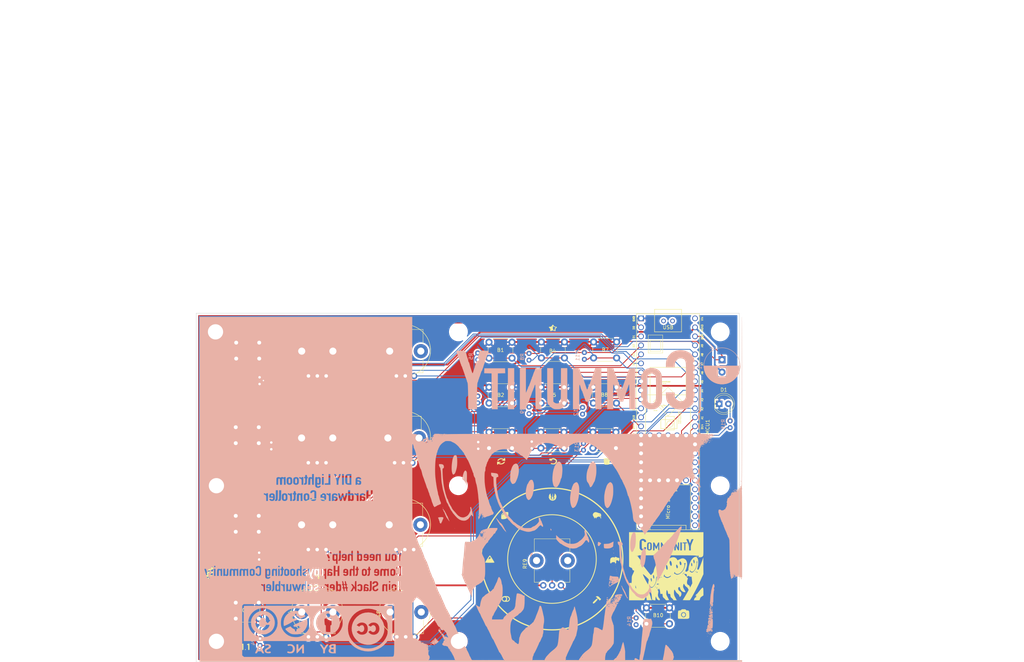
<source format=kicad_pcb>
(kicad_pcb (version 20171130) (host pcbnew "(5.1.4-0-10_14)")
  (title_block (title "Schwurbler - MVP") (date 2020-08-26) (rev 1.1) (company "Happy Shooting Community"))
  (layers (0 F.Cu signal) (31 B.Cu signal) (34 B.Paste user) (35 F.Paste user) (36 B.SilkS user) (37 F.SilkS user) (38 B.Mask user) (39 F.Mask user) (44 Edge.Cuts user))
  (net 0 "")
  (net 1 GND)
  (net 2 "Net-(B1-Pad2)")
  (net 3 "Net-(B2-Pad2)")
  (net 4 "Net-(B3-Pad2)")
  (net 5 "Net-(B4-Pad2)")
  (net 6 "Net-(B5-Pad2)")
  (net 7 "Net-(B6-Pad2)")
  (net 8 "Net-(B7-Pad2)")
  (net 9 "Net-(B8-Pad2)")
  (net 10 "Net-(B9-Pad2)")
  (net 11 "Net-(B10-Pad2)")
  (net 12 "Net-(MCU1-Pad5)")
  (net 13 "Net-(MCU1-Pad4)")
  (net 14 "Net-(MCU1-Pad3)")
  (net 15 "Net-(MCU1-Pad2)")
  (net 16 "Net-(MCU1-Pad37)")
  (net 17 "Net-(MCU1-Pad39)")
  (net 18 "Net-(MCU1-Pad40)")
  (net 19 "Net-(MCU1-Pad41)")
  (net 20 "Net-(MCU1-Pad42)")
  (net 21 "Net-(MCU1-Pad43)")
  (net 22 "Net-(MCU1-Pad44)")
  (net 23 "Net-(MCU1-Pad45)")
  (net 24 "Net-(C1-Pad2)")
  (net 25 "Net-(C1-Pad1)")
  (net 26 "Net-(D1-Pad2)")
  (net 27 "Net-(MCU1-Pad35)")
  (net 28 "Net-(MCU1-Pad38)")
  (module Schwurbler:back_print (layer B.Cu) (at 153.924 112.014 180)
    (fp_text reference G*** hide)
    (fp_text value LOGO hide)
  )
  (module Schwurbler:frontni (layer F.Cu) (at 153.162 111.76)
    (fp_text reference G*** hide)
    (fp_text value LOGO hide)
  )
  (module Button_Switch_THT:SW_PUSH_6mm_H5mm (layer F.Cu) (at 87.63 70.612)
    (fp_text reference OB1 (at 3.25 2.286) (layer F.SilkS))
    (fp_text value "optional monumentary switch Buttons" hide)
    (pad 1 thru_hole circle (at 6.5 0 90) (size 2 2) (drill 1.1) (layers *.Cu *.Mask) (net 1 GND))
    (pad 2 thru_hole circle (at 6.5 4.5 90) (size 2 2) (drill 1.1) (layers *.Cu *.Mask) (net 15 "Net-(MCU1-Pad2)"))
    (pad 1 thru_hole circle (at 0 0 90) (size 2 2) (drill 1.1) (layers *.Cu *.Mask) (net 1 GND))
    (pad 2 thru_hole circle (at 0 4.5 90) (size 2 2) (drill 1.1) (layers *.Cu *.Mask) (net 15 "Net-(MCU1-Pad2)"))
  )
  (module Button_Switch_THT:SW_PUSH_6mm_H5mm (layer F.Cu) (at 87.503 94.488)
    (fp_text reference OB2 (at 3.25 2.286) (layer F.SilkS))
    (fp_text value "monumentary switch Button" hide)
    (pad 1 thru_hole circle (at 6.5 0 90) (size 2 2) (drill 1.1) (layers *.Cu *.Mask) (net 1 GND))
    (pad 2 thru_hole circle (at 6.5 4.5 90) (size 2 2) (drill 1.1) (layers *.Cu *.Mask) (net 14 "Net-(MCU1-Pad3)"))
    (pad 1 thru_hole circle (at 0 0 90) (size 2 2) (drill 1.1) (layers *.Cu *.Mask) (net 1 GND))
    (pad 2 thru_hole circle (at 0 4.5 90) (size 2 2) (drill 1.1) (layers *.Cu *.Mask) (net 14 "Net-(MCU1-Pad3)"))
  )
  (module Button_Switch_THT:SW_PUSH_6mm_H5mm (layer F.Cu) (at 87.503 119.507)
    (fp_text reference OB3 (at 3.25 2.159) (layer F.SilkS))
    (fp_text value "monumentary switch Button" hide)
    (pad 1 thru_hole circle (at 6.5 0 90) (size 2 2) (drill 1.1) (layers *.Cu *.Mask) (net 1 GND))
    (pad 2 thru_hole circle (at 6.5 4.5 90) (size 2 2) (drill 1.1) (layers *.Cu *.Mask) (net 13 "Net-(MCU1-Pad4)"))
    (pad 1 thru_hole circle (at 0 0 90) (size 2 2) (drill 1.1) (layers *.Cu *.Mask) (net 1 GND))
    (pad 2 thru_hole circle (at 0 4.5 90) (size 2 2) (drill 1.1) (layers *.Cu *.Mask) (net 13 "Net-(MCU1-Pad4)"))
  )
  (module MountingHole:MountingHole_4.3mm_M4 (layer F.Cu) (at 82.042 154.94)
    (fp_text reference MHBL hide)
    (fp_text value MountingHole_4.3mm_M4 hide)
    (pad 1 np_thru_hole circle (at 0 0) (size 4.3 4.3) (drill 4.3) (layers *.Cu *.Mask))
  )
  (module MountingHole:MountingHole_4.3mm_M4 (layer F.Cu) (at 82.042 110.998 90)
    (fp_text reference MHML hide)
    (fp_text value MountingHole_4.3mm_M4 hide)
    (pad 1 np_thru_hole circle (at 0 0 90) (size 4.3 4.3) (drill 4.3) (layers *.Cu *.Mask))
  )
  (module MountingHole:MountingHole_4.3mm_M4 (layer F.Cu) (at 81.788 67.564 90)
    (fp_text reference MHTL hide)
    (fp_text value MountingHole_4.3mm_M4 hide)
    (pad 1 np_thru_hole circle (at 0 0 90) (size 4.3 4.3) (drill 4.3) (layers *.Cu *.Mask))
  )
  (module MountingHole:MountingHole_4.3mm_M4 (layer F.Cu) (at 150.368 67.564)
    (fp_text reference MHTC hide)
    (fp_text value MountingHole_4.3mm_M4 hide)
    (pad 1 np_thru_hole circle (at 0 0) (size 4.3 4.3) (drill 4.3) (layers *.Cu *.Mask))
  )
  (module MountingHole:MountingHole_4.3mm_M4 (layer F.Cu) (at 150.368 111)
    (fp_text reference MHMC hide)
    (fp_text value MountingHole_4.3mm_M4 hide)
    (pad 1 np_thru_hole circle (at 0 0) (size 4.3 4.3) (drill 4.3) (layers *.Cu *.Mask))
  )
  (module MountingHole:MountingHole_4.3mm_M4 (layer F.Cu) (at 150.368 154.94)
    (fp_text reference MHBC hide)
    (fp_text value MountingHole_4.3mm_M4 hide)
    (pad 1 np_thru_hole circle (at 0 0) (size 4.3 4.3) (drill 4.3) (layers *.Cu *.Mask))
  )
  (module MountingHole:MountingHole_4.3mm_M4 (layer F.Cu) (at 224.282 111)
    (fp_text reference MHMR hide)
    (fp_text value MountingHole_4.3mm_M4 hide)
    (pad 1 np_thru_hole circle (at 0 0) (size 4.3 4.3) (drill 4.3) (layers *.Cu *.Mask))
  )
  (module MountingHole:MountingHole_4.3mm_M4 (layer F.Cu) (at 224.282 154.94)
    (fp_text reference MHBR hide)
    (fp_text value MountingHole_4.3mm_M4 hide)
    (pad 1 np_thru_hole circle (at 0 0) (size 4.3 4.3) (drill 4.3) (layers *.Cu *.Mask))
  )
  (module MountingHole:MountingHole_4.3mm_M4 (layer F.Cu) (at 224.282 67.564)
    (fp_text reference MHTR hide)
    (fp_text value MountingHole_4.3mm_M4 hide)
    (pad 1 np_thru_hole circle (at 0 0) (size 4.3 4.3) (drill 4.3) (layers *.Cu *.Mask))
  )
  (module Button_Switch_THT:SW_PUSH_6mm_H5mm (layer F.Cu) (at 188.532 70.4215)
    (fp_text reference B7 (at 3.302 2.159) (layer F.SilkS))
    (fp_text value "monumentary switch Buttons" hide)
    (pad 1 thru_hole circle (at 6.5 0 90) (size 2 2) (drill 1.1) (layers *.Cu *.Mask) (net 1 GND))
    (pad 2 thru_hole circle (at 6.5 4.5 90) (size 2 2) (drill 1.1) (layers *.Cu *.Mask) (net 8 "Net-(B7-Pad2)"))
    (pad 1 thru_hole circle (at 0 0 90) (size 2 2) (drill 1.1) (layers *.Cu *.Mask) (net 1 GND))
    (pad 2 thru_hole circle (at 0 4.5 90) (size 2 2) (drill 1.1) (layers *.Cu *.Mask) (net 8 "Net-(B7-Pad2)"))
  )
  (module Button_Switch_THT:SW_PUSH_6mm_H5mm (layer F.Cu) (at 173.672 95.885)
    (fp_text reference B6 (at 3.25 2.286) (layer F.SilkS))
    (fp_text value "monumentary switch Buttons" hide)
    (pad 1 thru_hole circle (at 6.5 0 90) (size 2 2) (drill 1.1) (layers *.Cu *.Mask) (net 1 GND))
    (pad 2 thru_hole circle (at 6.5 4.5 90) (size 2 2) (drill 1.1) (layers *.Cu *.Mask) (net 7 "Net-(B6-Pad2)"))
    (pad 1 thru_hole circle (at 0 0 90) (size 2 2) (drill 1.1) (layers *.Cu *.Mask) (net 1 GND))
    (pad 2 thru_hole circle (at 0 4.5 90) (size 2 2) (drill 1.1) (layers *.Cu *.Mask) (net 7 "Net-(B6-Pad2)"))
  )
  (module Resistor_THT:R_Axial_DIN0204_L3.6mm_D1.6mm_P1.90mm_Vertical (layer B.Cu) (at 227.076 92.71 270)
    (fp_text reference R15 (at 0.95 1.92 270) (layer B.SilkS) (effects (justify mirror)))
    (fp_text value " 470Ohm (optional)" hide)
    (pad 2 thru_hole oval (at 1.9 0 270) (size 1.4 1.4) (drill 0.7) (layers *.Cu *.Mask) (net 27 "Net-(MCU1-Pad35)"))
    (pad 1 thru_hole circle (at 0 0 270) (size 1.4 1.4) (drill 0.7) (layers *.Cu *.Mask) (net 26 "Net-(D1-Pad2)"))
  )
  (module Resistor_THT:R_Axial_DIN0204_L3.6mm_D1.6mm_P1.90mm_Vertical (layer B.Cu) (at 200.533 148.336 270)
    (fp_text reference R14 (at 0.95 1.92 270) (layer B.SilkS) (effects (justify mirror)))
    (fp_text value " 10kOhm (optional)" hide)
    (pad 2 thru_hole oval (at 1.9 0 270) (size 1.4 1.4) (drill 0.7) (layers *.Cu *.Mask) (net 11 "Net-(B10-Pad2)"))
    (pad 1 thru_hole circle (at 0 0 270) (size 1.4 1.4) (drill 0.7) (layers *.Cu *.Mask) (net 25 "Net-(C1-Pad1)"))
  )
  (module Resistor_THT:R_Axial_DIN0204_L3.6mm_D1.6mm_P1.90mm_Vertical (layer B.Cu) (at 185.674 99.06 270)
    (fp_text reference R13 (at 0.95 1.92 270) (layer B.SilkS) (effects (justify mirror)))
    (fp_text value " 10kOhm (optional)" hide)
    (pad 2 thru_hole oval (at 1.9 0 270) (size 1.4 1.4) (drill 0.7) (layers *.Cu *.Mask) (net 10 "Net-(B9-Pad2)"))
    (pad 1 thru_hole circle (at 0 0 270) (size 1.4 1.4) (drill 0.7) (layers *.Cu *.Mask) (net 25 "Net-(C1-Pad1)"))
  )
  (module Resistor_THT:R_Axial_DIN0204_L3.6mm_D1.6mm_P1.90mm_Vertical (layer B.Cu) (at 185.42 88.9 270)
    (fp_text reference R12 (at 0.95 1.92 270) (layer B.SilkS) (effects (justify mirror)))
    (fp_text value " 10kOhm (optional)" hide)
    (pad 2 thru_hole oval (at 1.9 0 270) (size 1.4 1.4) (drill 0.7) (layers *.Cu *.Mask) (net 9 "Net-(B8-Pad2)"))
    (pad 1 thru_hole circle (at 0 0 270) (size 1.4 1.4) (drill 0.7) (layers *.Cu *.Mask) (net 25 "Net-(C1-Pad1)"))
  )
  (module Resistor_THT:R_Axial_DIN0204_L3.6mm_D1.6mm_P1.90mm_Vertical (layer B.Cu) (at 185.928 73.406 270)
    (fp_text reference R11 (at 0.95 1.92 270) (layer B.SilkS) (effects (justify mirror)))
    (fp_text value " 10kOhm (optional)" hide)
    (pad 2 thru_hole oval (at 1.9 0 270) (size 1.4 1.4) (drill 0.7) (layers *.Cu *.Mask) (net 8 "Net-(B7-Pad2)"))
    (pad 1 thru_hole circle (at 0 0 270) (size 1.4 1.4) (drill 0.7) (layers *.Cu *.Mask) (net 25 "Net-(C1-Pad1)"))
  )
  (module Resistor_THT:R_Axial_DIN0204_L3.6mm_D1.6mm_P1.90mm_Vertical (layer B.Cu) (at 171.069 98.552 270)
    (fp_text reference R10 (at 0.95 1.92 270) (layer B.SilkS) (effects (justify mirror)))
    (fp_text value " 10kOhm (optional)" hide)
    (pad 2 thru_hole oval (at 1.9 0 270) (size 1.4 1.4) (drill 0.7) (layers *.Cu *.Mask) (net 7 "Net-(B6-Pad2)"))
    (pad 1 thru_hole circle (at 0 0 270) (size 1.4 1.4) (drill 0.7) (layers *.Cu *.Mask) (net 25 "Net-(C1-Pad1)"))
  )
  (module Resistor_THT:R_Axial_DIN0204_L3.6mm_D1.6mm_P1.90mm_Vertical (layer B.Cu) (at 170.307 88.773 270)
    (fp_text reference R9 (at 0.95 1.92 270) (layer B.SilkS) (effects (justify mirror)))
    (fp_text value " 10kOhm (optional)" hide)
    (pad 2 thru_hole oval (at 1.9 0 270) (size 1.4 1.4) (drill 0.7) (layers *.Cu *.Mask) (net 6 "Net-(B5-Pad2)"))
    (pad 1 thru_hole circle (at 0 0 270) (size 1.4 1.4) (drill 0.7) (layers *.Cu *.Mask) (net 25 "Net-(C1-Pad1)"))
  )
  (module Resistor_THT:R_Axial_DIN0204_L3.6mm_D1.6mm_P1.90mm_Vertical (layer B.Cu) (at 170.307 73.66 270)
    (fp_text reference R8 (at 0.95 1.92 270) (layer B.SilkS) (effects (justify mirror)))
    (fp_text value " 10kOhm (optional)" hide)
    (pad 2 thru_hole oval (at 1.9 0 270) (size 1.4 1.4) (drill 0.7) (layers *.Cu *.Mask) (net 5 "Net-(B4-Pad2)"))
    (pad 1 thru_hole circle (at 0 0 270) (size 1.4 1.4) (drill 0.7) (layers *.Cu *.Mask) (net 25 "Net-(C1-Pad1)"))
  )
  (module Resistor_THT:R_Axial_DIN0204_L3.6mm_D1.6mm_P1.90mm_Vertical (layer B.Cu) (at 155.956 98.679 270)
    (fp_text reference R7 (at 0.95 1.92 270) (layer B.SilkS) (effects (justify mirror)))
    (fp_text value " 10kOhm (optional)" hide)
    (pad 2 thru_hole oval (at 1.9 0 270) (size 1.4 1.4) (drill 0.7) (layers *.Cu *.Mask) (net 4 "Net-(B3-Pad2)"))
    (pad 1 thru_hole circle (at 0 0 270) (size 1.4 1.4) (drill 0.7) (layers *.Cu *.Mask) (net 25 "Net-(C1-Pad1)"))
  )
  (module Resistor_THT:R_Axial_DIN0204_L3.6mm_D1.6mm_P1.90mm_Vertical (layer B.Cu) (at 155.829 85.725 270)
    (fp_text reference Re (at 0.95 1.92 270) (layer B.SilkS) (effects (justify mirror)))
    (fp_text value " 10kOhm (optional)" hide)
    (pad 2 thru_hole oval (at 1.9 0 270) (size 1.4 1.4) (drill 0.7) (layers *.Cu *.Mask) (net 3 "Net-(B2-Pad2)"))
    (pad 1 thru_hole circle (at 0 0 270) (size 1.4 1.4) (drill 0.7) (layers *.Cu *.Mask) (net 25 "Net-(C1-Pad1)"))
  )
  (module Resistor_THT:R_Axial_DIN0204_L3.6mm_D1.6mm_P1.90mm_Vertical (layer B.Cu) (at 155.829 73.533 270)
    (fp_text reference R5 (at 0.95 1.92 270) (layer B.SilkS) (effects (justify mirror)))
    (fp_text value " 10kOhm (optional)" hide)
    (pad 2 thru_hole oval (at 1.9 0 270) (size 1.4 1.4) (drill 0.7) (layers *.Cu *.Mask) (net 2 "Net-(B1-Pad2)"))
    (pad 1 thru_hole circle (at 0 0 270) (size 1.4 1.4) (drill 0.7) (layers *.Cu *.Mask) (net 25 "Net-(C1-Pad1)"))
  )
  (module Resistor_THT:R_Axial_DIN0204_L3.6mm_D1.6mm_P1.90mm_Vertical (layer B.Cu) (at 94.361 154.178 270)
    (fp_text reference R4 (at 0.95 1.92 270) (layer B.SilkS) (effects (justify mirror)))
    (fp_text value " 10kOhm (optional)" hide)
    (pad 2 thru_hole oval (at 1.9 0 270) (size 1.4 1.4) (drill 0.7) (layers *.Cu *.Mask) (net 25 "Net-(C1-Pad1)"))
    (pad 1 thru_hole circle (at 0 0 270) (size 1.4 1.4) (drill 0.7) (layers *.Cu *.Mask) (net 12 "Net-(MCU1-Pad5)"))
  )
  (module Resistor_THT:R_Axial_DIN0204_L3.6mm_D1.6mm_P1.90mm_Vertical (layer B.Cu) (at 94.107 129.921 270)
    (fp_text reference R3 (at 0.95 1.92 270) (layer B.SilkS) (effects (justify mirror)))
    (fp_text value " 10kOhm (optional)" hide)
    (pad 2 thru_hole oval (at 1.9 0 270) (size 1.4 1.4) (drill 0.7) (layers *.Cu *.Mask) (net 25 "Net-(C1-Pad1)"))
    (pad 1 thru_hole circle (at 0 0 270) (size 1.4 1.4) (drill 0.7) (layers *.Cu *.Mask) (net 13 "Net-(MCU1-Pad4)"))
  )
  (module Resistor_THT:R_Axial_DIN0204_L3.6mm_D1.6mm_P1.90mm_Vertical (layer B.Cu) (at 97.536 98.806 270)
    (fp_text reference R2 (at 0.95 1.92 270) (layer B.SilkS) (effects (justify mirror)))
    (fp_text value " 10kOhm (optional)" hide)
    (pad 2 thru_hole oval (at 1.9 0 270) (size 1.4 1.4) (drill 0.7) (layers *.Cu *.Mask) (net 25 "Net-(C1-Pad1)"))
    (pad 1 thru_hole circle (at 0 0 270) (size 1.4 1.4) (drill 0.7) (layers *.Cu *.Mask) (net 14 "Net-(MCU1-Pad3)"))
  )
  (module Resistor_THT:R_Axial_DIN0204_L3.6mm_D1.6mm_P1.90mm_Vertical (layer B.Cu) (at 94.234 80.391 270)
    (fp_text reference R1 (at 0.95 1.92 270) (layer B.SilkS) (effects (justify mirror)))
    (fp_text value " 10kOhm (optional)" hide)
    (pad 2 thru_hole oval (at 1.9 0 270) (size 1.4 1.4) (drill 0.7) (layers *.Cu *.Mask) (net 25 "Net-(C1-Pad1)"))
    (pad 1 thru_hole circle (at 0 0 270) (size 1.4 1.4) (drill 0.7) (layers *.Cu *.Mask) (net 15 "Net-(MCU1-Pad2)"))
  )
  (module LED_THT:LED_D5.0mm (layer F.Cu) (at 224.028 87.884)
    (fp_text reference D1 (at 1.27 -3.96) (layer F.SilkS))
    (fp_text value LED)
    (pad 2 thru_hole circle (at 2.54 0) (size 1.8 1.8) (drill 0.9) (layers *.Cu *.Mask) (net 26 "Net-(D1-Pad2)"))
    (pad 1 thru_hole rect (at 0 0) (size 1.8 1.8) (drill 0.9) (layers *.Cu *.Mask) (net 1 GND))
  )
  (module Capacitor_THT:CP_Radial_D10.0mm_P3.50mm (layer B.Cu) (at 224.79 75.438 270)
    (fp_text reference C1 (at 1.75 6.25 270) (layer B.SilkS) (effects (justify mirror)))
    (fp_text value optional hide)
    (pad 2 thru_hole circle (at 3.5 0 270) (size 2 2) (drill 1) (layers *.Cu *.Mask) (net 24 "Net-(C1-Pad2)"))
    (pad 1 thru_hole rect (at 0 0 270) (size 2 2) (drill 1) (layers *.Cu *.Mask) (net 25 "Net-(C1-Pad1)"))
  )
  (module Button_Switch_THT:SW_PUSH_6mm_H5mm (layer F.Cu) (at 159.004 95.885)
    (fp_text reference B3 (at 3.302 2.2225) (layer F.SilkS))
    (fp_text value "monumentary switch Buttons" hide)
    (pad 1 thru_hole circle (at 6.5 0 90) (size 2 2) (drill 1.1) (layers *.Cu *.Mask) (net 1 GND))
    (pad 2 thru_hole circle (at 6.5 4.5 90) (size 2 2) (drill 1.1) (layers *.Cu *.Mask) (net 4 "Net-(B3-Pad2)"))
    (pad 1 thru_hole circle (at 0 0 90) (size 2 2) (drill 1.1) (layers *.Cu *.Mask) (net 1 GND))
    (pad 2 thru_hole circle (at 0 4.5 90) (size 2 2) (drill 1.1) (layers *.Cu *.Mask) (net 4 "Net-(B3-Pad2)"))
  )
  (module Schwurbler:Teensy_Schwurbler_Unified_Footprint (layer F.Cu) (at 218.44 94.869 270)
    (fp_text reference MCU1 (at -0.508 -2.286 90) (layer F.SilkS))
    (fp_text value Teensy4.1)
    (fp_text user 6VFT (at -6.604 9.906 135 unlocked) (layer F.SilkS) (effects (font (size 0.25 0.25) (thickness 0.0625) italic)))
    (fp_text user VLH7 (at -11.684 10.414 90 unlocked) (layer F.SilkS) (effects (font (size 0.25 0.25) (thickness 0.0625) italic)))
    (fp_text user MIMXRT1062 (at -13.208 9.398) (layer F.SilkS) (effects (font (size 0.25 0.25) (thickness 0.0625) italic)))
    (fp_text user DVJ6A (at -5.08 12.446) (layer F.SilkS) (effects (font (size 0.25 0.25) (thickness 0.0625) italic)))
    (fp_text user DVL6A (at -12.7 9.906) (layer F.SilkS) (effects (font (size 0.25 0.25) (thickness 0.0625) italic)))
    (fp_text user MIMXRT1062 (at -13.208 9.398) (layer F.SilkS) (effects (font (size 0.25 0.25) (thickness 0.0625) italic)))
    (fp_text user MK64FX512VMD12 (at -3.048 5.334 90) (layer F.SilkS) (effects (font (size 0.25 0.25) (thickness 0.0625) italic)))
    (fp_text user MK66FX1M0VMD18 (at -3.048 5.842 90) (layer F.SilkS) (effects (font (size 0.25 0.25) (thickness 0.0625) italic)))
    (fp_text user VBat (at 15.748 13.97) (layer F.SilkS) (effects (font (size 0.25 0.25) (thickness 0.0625) italic)))
    (fp_text user 3,3V (at -25.908 -0.762 90) (layer F.SilkS) (effects (font (size 0.5 0.5) (thickness 0.125))))
    (fp_text user GND (at -30.988 18.542 90) (layer F.SilkS) (effects (font (size 0.5 0.5) (thickness 0.125))))
    (fp_text user Prog (at 3.556 6.35) (layer F.SilkS) (effects (font (size 0.25 0.25) (thickness 0.0625) italic)))
    (fp_text user Reset (at 15.748 3.81) (layer F.SilkS) (effects (font (size 0.25 0.25) (thickness 0.0625) italic)))
    (fp_text user Vbat (at 3.556 13.97) (layer F.SilkS) (effects (font (size 0.25 0.25) (thickness 0.0625) italic)))
    (fp_text user 3.3V (at 3.556 11.43) (layer F.SilkS) (effects (font (size 0.25 0.25) (thickness 0.0625) italic)))
    (fp_text user GND (at 3.556 8.89) (layer F.SilkS) (effects (font (size 0.25 0.25) (thickness 0.0625) italic)))
    (fp_text user Prog (at 3.556 6.35) (layer F.SilkS) (effects (font (size 0.25 0.25) (thickness 0.0625) italic)))
    (fp_text user DAC (at 3.556 3.81) (layer F.SilkS) (effects (font (size 0.25 0.25) (thickness 0.0625) italic)))
    (fp_text user LED (at 2.032 -0.762 90) (layer F.SilkS) (effects (font (size 0.25 0.25) (thickness 0.0625) italic)))
    (fp_text user M26M (at -6.096 10.414 135 unlocked) (layer F.SilkS) (effects (font (size 0.25 0.25) (thickness 0.0625) italic)))
    (fp_text user MK20DX256 (at -11.684 10.922 90 unlocked) (layer F.SilkS) (effects (font (size 0.25 0.25) (thickness 0.0625) italic)))
    (fp_text user D12 (at 2.032 18.542 90) (layer F.SilkS) (effects (font (size 0.5 0.5) (thickness 0.125))))
    (fp_text user D11 (at -0.508 18.542 90) (layer F.SilkS) (effects (font (size 0.5 0.5) (thickness 0.125))))
    (fp_text user D10 (at -3.048 18.542 90) (layer F.SilkS) (effects (font (size 0.5 0.5) (thickness 0.125))))
    (fp_text user D9 (at -5.588 18.542 90) (layer F.SilkS) (effects (font (size 0.5 0.5) (thickness 0.125))))
    (fp_text user D8 (at -8.128 18.542 90) (layer F.SilkS) (effects (font (size 0.5 0.5) (thickness 0.125))))
    (fp_text user D7 (at -10.668 18.542 90) (layer F.SilkS) (effects (font (size 0.5 0.5) (thickness 0.125))))
    (fp_text user D6 (at -13.208 18.542 90) (layer F.SilkS) (effects (font (size 0.5 0.5) (thickness 0.125))))
    (fp_text user D5 (at -15.748 18.542 90) (layer F.SilkS) (effects (font (size 0.5 0.5) (thickness 0.125))))
    (fp_text user D4 (at -18.288 18.542 90) (layer F.SilkS) (effects (font (size 0.5 0.5) (thickness 0.125))))
    (fp_text user D3 (at -20.828 18.542 90) (layer F.SilkS) (effects (font (size 0.5 0.5) (thickness 0.125))))
    (fp_text user D2 (at -23.368 18.542 90) (layer F.SilkS) (effects (font (size 0.5 0.5) (thickness 0.125))))
    (fp_text user D1 (at -25.908 18.542 90) (layer F.SilkS) (effects (font (size 0.5 0.5) (thickness 0.125))))
    (fp_text user D0 (at -28.448 18.542 90) (layer F.SilkS) (effects (font (size 0.5 0.5) (thickness 0.125))))
    (fp_text user GND (at -30.988 18.542 90) (layer F.SilkS) (effects (font (size 0.5 0.5) (thickness 0.125))))
    (fp_text user D14 (at -0.508 -0.762 90) (layer F.SilkS) (effects (font (size 0.5 0.5) (thickness 0.125))))
    (fp_text user A1 (at -3.048 -0.762 90) (layer F.SilkS) (effects (font (size 0.5 0.5) (thickness 0.125))))
    (fp_text user A2 (at -5.588 -0.762 90) (layer F.SilkS) (effects (font (size 0.5 0.5) (thickness 0.125))))
    (fp_text user A3 (at -8.128 -0.762 90) (layer F.SilkS) (effects (font (size 0.5 0.5) (thickness 0.125))))
    (fp_text user A4 (at -10.668 -0.762 90) (layer F.SilkS) (effects (font (size 0.5 0.5) (thickness 0.125))))
    (fp_text user A5 (at -13.208 -0.762 90) (layer F.SilkS) (effects (font (size 0.5 0.5) (thickness 0.125))))
    (fp_text user A6 (at -15.748 -0.762 90) (layer F.SilkS) (effects (font (size 0.5 0.5) (thickness 0.125))))
    (fp_text user A7 (at -18.288 -0.762 90) (layer F.SilkS) (effects (font (size 0.5 0.5) (thickness 0.125))))
    (fp_text user A8 (at -20.828 -0.762 90) (layer F.SilkS) (effects (font (size 0.5 0.5) (thickness 0.125))))
    (fp_text user A9 (at -23.368 -0.762 90) (layer F.SilkS) (effects (font (size 0.5 0.5) (thickness 0.125))))
    (fp_text user 3,3V (at -25.908 -0.762 90) (layer F.SilkS) (effects (font (size 0.5 0.5) (thickness 0.125))))
    (fp_text user Vin (at -30.988 -0.762 90) (layer F.SilkS) (effects (font (size 0.5 0.5) (thickness 0.125))))
    (fp_text user AGND (at -28.448 -0.762 90) (layer F.SilkS) (effects (font (size 0.5 0.5) (thickness 0.125))))
    (fp_text user "3.5 3.6 4.1" (at 17.272 9.398) (layer F.SilkS) (effects (font (size 0.75 0.75) (thickness 0.15) italic)))
    (fp_text user "LC 3.2 4.0" (at 4.572 8.89 unlocked) (layer F.SilkS) (effects (font (size 0.75 0.75) (thickness 0.15) italic)))
    (fp_text user USB (at -28.575 8.89 180) (layer F.SilkS))
    (fp_text user "Micro SD" (at 22.225 8.89 90) (layer F.SilkS))
    (pad 67 thru_hole circle (at -30.385 7.62 270) (size 1.3 1.3) (drill 0.8) (layers *.Cu *.Mask))
    (pad 66 thru_hole circle (at -30.385 10.16 270) (size 1.3 1.3) (drill 0.8) (layers *.Cu *.Mask))
    (pad 54 thru_hole circle (at 14.605 3.81 270) (size 1.6 1.6) (drill 1.1) (layers *.Cu *.Mask))
    (pad 53 thru_hole circle (at 14.605 6.35 270) (size 1.6 1.6) (drill 1.1) (layers *.Cu *.Mask))
    (pad 52 thru_hole circle (at 14.605 8.89 270) (size 1.6 1.6) (drill 1.1) (layers *.Cu *.Mask))
    (pad 51 thru_hole circle (at 14.605 11.43 270) (size 1.6 1.6) (drill 1.1) (layers *.Cu *.Mask))
    (pad 50 thru_hole circle (at 14.605 13.97 270) (size 1.6 1.6) (drill 1.1) (layers *.Cu *.Mask))
    (pad 17 thru_hole circle (at 9.525 16.51 270) (size 1.6 1.6) (drill 1.1) (layers *.Cu *.Mask))
    (pad 18 thru_hole circle (at 12.065 16.51 270) (size 1.6 1.6) (drill 1.1) (layers *.Cu *.Mask))
    (pad 19 thru_hole circle (at 14.605 16.51 270) (size 1.6 1.6) (drill 1.1) (layers *.Cu *.Mask))
    (pad 20 thru_hole circle (at 17.145 16.51 270) (size 1.6 1.6) (drill 1.1) (layers *.Cu *.Mask))
    (pad 16 thru_hole circle (at 6.985 16.51 270) (size 1.6 1.6) (drill 1.1) (layers *.Cu *.Mask))
    (pad 15 thru_hole circle (at 4.445 16.51 270) (size 1.6 1.6) (drill 1.1) (layers *.Cu *.Mask))
    (pad 14 thru_hole circle (at 1.905 16.51 270) (size 1.6 1.6) (drill 1.1) (layers *.Cu *.Mask) (net 10 "Net-(B9-Pad2)"))
    (pad 21 thru_hole circle (at 19.685 16.51 270) (size 1.6 1.6) (drill 1.1) (layers *.Cu *.Mask))
    (pad 22 thru_hole circle (at 22.225 16.51 270) (size 1.6 1.6) (drill 1.1) (layers *.Cu *.Mask))
    (pad 23 thru_hole circle (at 24.765 16.51 270) (size 1.6 1.6) (drill 1.1) (layers *.Cu *.Mask))
    (pad 24 thru_hole circle (at 27.305 16.51 270) (size 1.6 1.6) (drill 1.1) (layers *.Cu *.Mask))
    (pad 25 thru_hole circle (at 27.305 1.27 270) (size 1.6 1.6) (drill 1.1) (layers *.Cu *.Mask))
    (pad 26 thru_hole circle (at 24.765 1.27 270) (size 1.6 1.6) (drill 1.1) (layers *.Cu *.Mask))
    (pad 27 thru_hole circle (at 22.225 1.27 270) (size 1.6 1.6) (drill 1.1) (layers *.Cu *.Mask))
    (pad 28 thru_hole circle (at 19.685 1.27 270) (size 1.6 1.6) (drill 1.1) (layers *.Cu *.Mask))
    (pad 29 thru_hole circle (at 17.145 1.27 270) (size 1.6 1.6) (drill 1.1) (layers *.Cu *.Mask))
    (pad 30 thru_hole circle (at 14.605 1.27 270) (size 1.6 1.6) (drill 1.1) (layers *.Cu *.Mask))
    (pad 31 thru_hole circle (at 12.065 1.27 270) (size 1.6 1.6) (drill 1.1) (layers *.Cu *.Mask))
    (pad 32 thru_hole circle (at 9.525 1.27 270) (size 1.6 1.6) (drill 1.1) (layers *.Cu *.Mask))
    (pad 33 thru_hole circle (at 6.985 1.27 270) (size 1.6 1.6) (drill 1.1) (layers *.Cu *.Mask))
    (pad 34 thru_hole circle (at 4.445 1.27 270) (size 1.6 1.6) (drill 1.1) (layers *.Cu *.Mask))
    (pad 13 thru_hole circle (at -0.635 16.51 270) (size 1.6 1.6) (drill 1.1) (layers *.Cu *.Mask) (net 9 "Net-(B8-Pad2)"))
    (pad 12 thru_hole circle (at -3.175 16.51 270) (size 1.6 1.6) (drill 1.1) (layers *.Cu *.Mask) (net 8 "Net-(B7-Pad2)"))
    (pad 11 thru_hole circle (at -5.715 16.51 270) (size 1.6 1.6) (drill 1.1) (layers *.Cu *.Mask) (net 7 "Net-(B6-Pad2)"))
    (pad 10 thru_hole circle (at -8.255 16.51 270) (size 1.6 1.6) (drill 1.1) (layers *.Cu *.Mask) (net 6 "Net-(B5-Pad2)"))
    (pad 9 thru_hole circle (at -10.795 16.51 270) (size 1.6 1.6) (drill 1.1) (layers *.Cu *.Mask) (net 5 "Net-(B4-Pad2)"))
    (pad 8 thru_hole circle (at -13.335 16.51 270) (size 1.6 1.6) (drill 1.1) (layers *.Cu *.Mask) (net 4 "Net-(B3-Pad2)"))
    (pad 7 thru_hole circle (at -15.875 16.51 270) (size 1.6 1.6) (drill 1.1) (layers *.Cu *.Mask) (net 3 "Net-(B2-Pad2)"))
    (pad 6 thru_hole circle (at -18.415 16.51 270) (size 1.6 1.6) (drill 1.1) (layers *.Cu *.Mask) (net 2 "Net-(B1-Pad2)"))
    (pad 5 thru_hole circle (at -20.955 16.51 270) (size 1.6 1.6) (drill 1.1) (layers *.Cu *.Mask) (net 12 "Net-(MCU1-Pad5)"))
    (pad 4 thru_hole circle (at -23.495 16.51 270) (size 1.6 1.6) (drill 1.1) (layers *.Cu *.Mask) (net 13 "Net-(MCU1-Pad4)"))
    (pad 3 thru_hole circle (at -26.035 16.51 270) (size 1.6 1.6) (drill 1.1) (layers *.Cu *.Mask) (net 14 "Net-(MCU1-Pad3)"))
    (pad 2 thru_hole circle (at -28.575 16.51 270) (size 1.6 1.6) (drill 1.1) (layers *.Cu *.Mask) (net 15 "Net-(MCU1-Pad2)"))
    (pad 1 thru_hole rect (at -31.115 16.51 270) (size 1.6 1.6) (drill 1.1) (layers *.Cu *.Mask) (net 1 GND))
    (pad 35 thru_hole circle (at 1.905 1.27 270) (size 1.6 1.6) (drill 1.1) (layers *.Cu *.Mask) (net 27 "Net-(MCU1-Pad35)"))
    (pad 36 thru_hole circle (at -0.635 1.27 270) (size 1.6 1.6) (drill 1.1) (layers *.Cu *.Mask) (net 11 "Net-(B10-Pad2)"))
    (pad 37 thru_hole circle (at -3.175 1.27 270) (size 1.6 1.6) (drill 1.1) (layers *.Cu *.Mask) (net 16 "Net-(MCU1-Pad37)"))
    (pad 38 thru_hole circle (at -5.715 1.27 270) (size 1.6 1.6) (drill 1.1) (layers *.Cu *.Mask) (net 28 "Net-(MCU1-Pad38)"))
    (pad 39 thru_hole circle (at -8.255 1.27 270) (size 1.6 1.6) (drill 1.1) (layers *.Cu *.Mask) (net 17 "Net-(MCU1-Pad39)"))
    (pad 40 thru_hole circle (at -10.795 1.27 270) (size 1.6 1.6) (drill 1.1) (layers *.Cu *.Mask) (net 18 "Net-(MCU1-Pad40)"))
    (pad 41 thru_hole circle (at -13.335 1.27 270) (size 1.6 1.6) (drill 1.1) (layers *.Cu *.Mask) (net 19 "Net-(MCU1-Pad41)"))
    (pad 42 thru_hole circle (at -15.875 1.27 270) (size 1.6 1.6) (drill 1.1) (layers *.Cu *.Mask) (net 20 "Net-(MCU1-Pad42)"))
    (pad 43 thru_hole circle (at -18.415 1.27 270) (size 1.6 1.6) (drill 1.1) (layers *.Cu *.Mask) (net 21 "Net-(MCU1-Pad43)"))
    (pad 44 thru_hole circle (at -20.955 1.27 270) (size 1.6 1.6) (drill 1.1) (layers *.Cu *.Mask) (net 22 "Net-(MCU1-Pad44)"))
    (pad 45 thru_hole circle (at -23.495 1.27 270) (size 1.6 1.6) (drill 1.1) (layers *.Cu *.Mask) (net 23 "Net-(MCU1-Pad45)"))
    (pad 46 thru_hole circle (at -26.035 1.27 270) (size 1.6 1.6) (drill 1.1) (layers *.Cu *.Mask) (net 25 "Net-(C1-Pad1)"))
    (pad 47 thru_hole circle (at -28.575 1.27 270) (size 1.6 1.6) (drill 1.1) (layers *.Cu *.Mask) (net 24 "Net-(C1-Pad2)"))
    (pad 48 thru_hole circle (at -31.115 1.27 270) (size 1.6 1.6) (drill 1.1) (layers *.Cu *.Mask))
    (pad 68 thru_hole circle (at 1.905 8.89 270) (size 1.6 1.6) (drill 1.1) (layers *.Cu))
    (pad 69 thru_hole circle (at 1.905 6.35 270) (size 1.6 1.6) (drill 1.1) (layers *.Cu))
    (pad 70 thru_hole circle (at 1.905 3.81 270) (size 1.6 1.6) (drill 1.1) (layers *.Cu))
    (pad 71 thru_hole circle (at 1.905 11.43 270) (size 1.6 1.6) (drill 1.1) (layers *.Cu))
    (pad 72 thru_hole circle (at 1.905 13.97 270) (size 1.6 1.6) (drill 1.1) (layers *.Cu))
  )
  (module Button_Switch_THT:SW_PUSH_6mm_H5mm (layer F.Cu) (at 203.454 145.478)
    (fp_text reference B10 (at 3.302 2.0955) (layer F.SilkS))
    (fp_text value "monumentary switch Buttons" hide)
    (pad 1 thru_hole circle (at 6.5 0 90) (size 2 2) (drill 1.1) (layers *.Cu *.Mask) (net 1 GND))
    (pad 2 thru_hole circle (at 6.5 4.5 90) (size 2 2) (drill 1.1) (layers *.Cu *.Mask) (net 11 "Net-(B10-Pad2)"))
    (pad 1 thru_hole circle (at 0 0 90) (size 2 2) (drill 1.1) (layers *.Cu *.Mask) (net 1 GND))
    (pad 2 thru_hole circle (at 0 4.5 90) (size 2 2) (drill 1.1) (layers *.Cu *.Mask) (net 11 "Net-(B10-Pad2)"))
  )
  (module Potentiometer_THT:Potentiometer_Alps_RK09K_Single_Vertical (layer F.Cu) (at 112.99 129.032 90)
    (fp_text reference RE3 (at 6.05 -10.15 90) (layer F.SilkS))
    (fp_text value 10k)
    (pad "" np_thru_hole circle (at 7 1.9 90) (size 4 4) (drill 2) (layers *.Cu *.Mask))
    (pad "" np_thru_hole circle (at 7 -6.9 90) (size 4 4) (drill 2) (layers *.Cu *.Mask))
    (pad 1 thru_hole circle (at 0 0 90) (size 1.8 1.8) (drill 1) (layers *.Cu *.Mask) (net 25 "Net-(C1-Pad1)"))
    (pad 2 thru_hole circle (at 0 -2.5 90) (size 1.8 1.8) (drill 1) (layers *.Cu *.Mask) (net 21 "Net-(MCU1-Pad43)"))
    (pad 3 thru_hole circle (at 0 -5 90) (size 1.8 1.8) (drill 1) (layers *.Cu *.Mask) (net 24 "Net-(C1-Pad2)"))
  )
  (module Potentiometer_THT:Potentiometer_Alps_RK09K_Single_Vertical (layer F.Cu) (at 137.35 104.521 90)
    (fp_text reference RE6 (at 6.05 -10.15 90) (layer F.SilkS))
    (fp_text value 10k)
    (pad "" np_thru_hole circle (at 7 1.9 90) (size 4 4) (drill 2) (layers *.Cu *.Mask))
    (pad "" np_thru_hole circle (at 7 -6.9 90) (size 4 4) (drill 2) (layers *.Cu *.Mask))
    (pad 1 thru_hole circle (at 0 0 90) (size 1.8 1.8) (drill 1) (layers *.Cu *.Mask) (net 25 "Net-(C1-Pad1)"))
    (pad 2 thru_hole circle (at 0 -2.5 90) (size 1.8 1.8) (drill 1) (layers *.Cu *.Mask) (net 18 "Net-(MCU1-Pad40)"))
    (pad 3 thru_hole circle (at 0 -5 90) (size 1.8 1.8) (drill 1) (layers *.Cu *.Mask) (net 24 "Net-(C1-Pad2)"))
  )
  (module Potentiometer_THT:Potentiometer_Alps_RK09K_Single_Vertical (layer F.Cu) (at 113.03 153.67 90)
    (fp_text reference RE4 (at 6.05 -10.15 90) (layer F.SilkS))
    (fp_text value 10k)
    (pad "" np_thru_hole circle (at 7 1.9 90) (size 4 4) (drill 2) (layers *.Cu *.Mask))
    (pad "" np_thru_hole circle (at 7 -6.9 90) (size 4 4) (drill 2) (layers *.Cu *.Mask))
    (pad 1 thru_hole circle (at 0 0 90) (size 1.8 1.8) (drill 1) (layers *.Cu *.Mask) (net 25 "Net-(C1-Pad1)"))
    (pad 2 thru_hole circle (at 0 -2.5 90) (size 1.8 1.8) (drill 1) (layers *.Cu *.Mask) (net 20 "Net-(MCU1-Pad42)"))
    (pad 3 thru_hole circle (at 0 -5 90) (size 1.8 1.8) (drill 1) (layers *.Cu *.Mask) (net 24 "Net-(C1-Pad2)"))
  )
  (module Potentiometer_THT:Potentiometer_Alps_RK09K_Single_Vertical (layer F.Cu) (at 179.324 139.128 90)
    (fp_text reference RE9 (at 6.05 -10.15 90) (layer F.SilkS))
    (fp_text value 10k)
    (pad "" np_thru_hole circle (at 7 1.9 90) (size 4 4) (drill 2) (layers *.Cu *.Mask))
    (pad "" np_thru_hole circle (at 7 -6.9 90) (size 4 4) (drill 2) (layers *.Cu *.Mask))
    (pad 1 thru_hole circle (at 0 0 90) (size 1.8 1.8) (drill 1) (layers *.Cu *.Mask) (net 25 "Net-(C1-Pad1)"))
    (pad 2 thru_hole circle (at 0 -2.5 90) (size 1.8 1.8) (drill 1) (layers *.Cu *.Mask) (net 16 "Net-(MCU1-Pad37)"))
    (pad 3 thru_hole circle (at 0 -5 90) (size 1.8 1.8) (drill 1) (layers *.Cu *.Mask) (net 24 "Net-(C1-Pad2)"))
  )
  (module Potentiometer_THT:Potentiometer_Alps_RK09K_Single_Vertical (layer F.Cu) (at 137.986 153.67 90)
    (fp_text reference RE8 (at 6.05 -10.15 90) (layer F.SilkS))
    (fp_text value 10k)
    (pad "" np_thru_hole circle (at 7 1.9 90) (size 4 4) (drill 2) (layers *.Cu *.Mask))
    (pad "" np_thru_hole circle (at 7 -6.9 90) (size 4 4) (drill 2) (layers *.Cu *.Mask))
    (pad 1 thru_hole circle (at 0 0 90) (size 1.8 1.8) (drill 1) (layers *.Cu *.Mask) (net 25 "Net-(C1-Pad1)"))
    (pad 2 thru_hole circle (at 0 -2.5 90) (size 1.8 1.8) (drill 1) (layers *.Cu *.Mask) (net 28 "Net-(MCU1-Pad38)"))
    (pad 3 thru_hole circle (at 0 -5 90) (size 1.8 1.8) (drill 1) (layers *.Cu *.Mask) (net 24 "Net-(C1-Pad2)"))
  )
  (module Potentiometer_THT:Potentiometer_Alps_RK09K_Single_Vertical (layer F.Cu) (at 137.732 129.032 90)
    (fp_text reference RE7 (at 6.05 -10.15 90) (layer F.SilkS))
    (fp_text value 10k)
    (pad "" np_thru_hole circle (at 7 1.9 90) (size 4 4) (drill 2) (layers *.Cu *.Mask))
    (pad "" np_thru_hole circle (at 7 -6.9 90) (size 4 4) (drill 2) (layers *.Cu *.Mask))
    (pad 1 thru_hole circle (at 0 0 90) (size 1.8 1.8) (drill 1) (layers *.Cu *.Mask) (net 25 "Net-(C1-Pad1)"))
    (pad 2 thru_hole circle (at 0 -2.5 90) (size 1.8 1.8) (drill 1) (layers *.Cu *.Mask) (net 17 "Net-(MCU1-Pad39)"))
    (pad 3 thru_hole circle (at 0 -5 90) (size 1.8 1.8) (drill 1) (layers *.Cu *.Mask) (net 24 "Net-(C1-Pad2)"))
  )
  (module Potentiometer_THT:Potentiometer_Alps_RK09K_Single_Vertical (layer F.Cu) (at 137.858 80.01 90)
    (fp_text reference RE5 (at 6.05 -10.15 90) (layer F.SilkS))
    (fp_text value 10k)
    (pad "" np_thru_hole circle (at 7 1.9 90) (size 4 4) (drill 2) (layers *.Cu *.Mask))
    (pad "" np_thru_hole circle (at 7 -6.9 90) (size 4 4) (drill 2) (layers *.Cu *.Mask))
    (pad 1 thru_hole circle (at 0 0 90) (size 1.8 1.8) (drill 1) (layers *.Cu *.Mask) (net 25 "Net-(C1-Pad1)"))
    (pad 2 thru_hole circle (at 0 -2.5 90) (size 1.8 1.8) (drill 1) (layers *.Cu *.Mask) (net 19 "Net-(MCU1-Pad41)"))
    (pad 3 thru_hole circle (at 0 -5 90) (size 1.8 1.8) (drill 1) (layers *.Cu *.Mask) (net 24 "Net-(C1-Pad2)"))
  )
  (module Potentiometer_THT:Potentiometer_Alps_RK09K_Single_Vertical (layer F.Cu) (at 112.99 104.521 90)
    (fp_text reference RE2 (at 6.05 -10.15 90) (layer F.SilkS))
    (fp_text value 10k)
    (pad "" np_thru_hole circle (at 7 1.9 90) (size 4 4) (drill 2) (layers *.Cu *.Mask))
    (pad "" np_thru_hole circle (at 7 -6.9 90) (size 4 4) (drill 2) (layers *.Cu *.Mask))
    (pad 1 thru_hole circle (at 0 0 90) (size 1.8 1.8) (drill 1) (layers *.Cu *.Mask) (net 25 "Net-(C1-Pad1)"))
    (pad 2 thru_hole circle (at 0 -2.5 90) (size 1.8 1.8) (drill 1) (layers *.Cu *.Mask) (net 22 "Net-(MCU1-Pad44)"))
    (pad 3 thru_hole circle (at 0 -5 90) (size 1.8 1.8) (drill 1) (layers *.Cu *.Mask) (net 24 "Net-(C1-Pad2)"))
  )
  (module Potentiometer_THT:Potentiometer_Alps_RK09K_Single_Vertical (layer F.Cu) (at 113.03 80.01 90)
    (fp_text reference RE1 (at 6.05 -10.15 90) (layer F.SilkS))
    (fp_text value 10k)
    (pad "" np_thru_hole circle (at 7 1.9 90) (size 4 4) (drill 2) (layers *.Cu *.Mask))
    (pad "" np_thru_hole circle (at 7 -6.9 90) (size 4 4) (drill 2) (layers *.Cu *.Mask))
    (pad 1 thru_hole circle (at 0 0 90) (size 1.8 1.8) (drill 1) (layers *.Cu *.Mask) (net 25 "Net-(C1-Pad1)"))
    (pad 2 thru_hole circle (at 0 -2.5 90) (size 1.8 1.8) (drill 1) (layers *.Cu *.Mask) (net 23 "Net-(MCU1-Pad45)"))
    (pad 3 thru_hole circle (at 0 -5 90) (size 1.8 1.8) (drill 1) (layers *.Cu *.Mask) (net 24 "Net-(C1-Pad2)"))
  )
  (module Button_Switch_THT:SW_PUSH_6mm_H5mm (layer F.Cu) (at 87.503 144.018)
    (fp_text reference OB4 (at 3.302 2.159) (layer F.SilkS))
    (fp_text value "monumentary switch Button" hide)
    (pad 1 thru_hole circle (at 6.5 0 90) (size 2 2) (drill 1.1) (layers *.Cu *.Mask) (net 1 GND))
    (pad 2 thru_hole circle (at 6.5 4.5 90) (size 2 2) (drill 1.1) (layers *.Cu *.Mask) (net 12 "Net-(MCU1-Pad5)"))
    (pad 1 thru_hole circle (at 0 0 90) (size 2 2) (drill 1.1) (layers *.Cu *.Mask) (net 1 GND))
    (pad 2 thru_hole circle (at 0 4.5 90) (size 2 2) (drill 1.1) (layers *.Cu *.Mask) (net 12 "Net-(MCU1-Pad5)"))
  )
  (module Button_Switch_THT:SW_PUSH_6mm_H5mm (layer F.Cu) (at 188.341 95.885)
    (fp_text reference B9 (at 3.302 2.2225) (layer F.SilkS))
    (fp_text value "monumentary switch Buttons" hide)
    (pad 1 thru_hole circle (at 6.5 0 90) (size 2 2) (drill 1.1) (layers *.Cu *.Mask) (net 1 GND))
    (pad 2 thru_hole circle (at 6.5 4.5 90) (size 2 2) (drill 1.1) (layers *.Cu *.Mask) (net 10 "Net-(B9-Pad2)"))
    (pad 1 thru_hole circle (at 0 0 90) (size 2 2) (drill 1.1) (layers *.Cu *.Mask) (net 1 GND))
    (pad 2 thru_hole circle (at 0 4.5 90) (size 2 2) (drill 1.1) (layers *.Cu *.Mask) (net 10 "Net-(B9-Pad2)"))
  )
  (module Button_Switch_THT:SW_PUSH_6mm_H5mm (layer F.Cu) (at 188.468 83.185)
    (fp_text reference B8 (at 3.1115 2.159) (layer F.SilkS))
    (fp_text value "monumentary switch Buttons" hide)
    (pad 1 thru_hole circle (at 6.5 0 90) (size 2 2) (drill 1.1) (layers *.Cu *.Mask) (net 1 GND))
    (pad 2 thru_hole circle (at 6.5 4.5 90) (size 2 2) (drill 1.1) (layers *.Cu *.Mask) (net 9 "Net-(B8-Pad2)"))
    (pad 1 thru_hole circle (at 0 0 90) (size 2 2) (drill 1.1) (layers *.Cu *.Mask) (net 1 GND))
    (pad 2 thru_hole circle (at 0 4.5 90) (size 2 2) (drill 1.1) (layers *.Cu *.Mask) (net 9 "Net-(B8-Pad2)"))
  )
  (module Button_Switch_THT:SW_PUSH_6mm_H5mm (layer F.Cu) (at 173.736 83.185)
    (fp_text reference B5 (at 3.25 2.2225) (layer F.SilkS))
    (fp_text value "monumentary switch Buttons" hide)
    (pad 1 thru_hole circle (at 6.5 0 90) (size 2 2) (drill 1.1) (layers *.Cu *.Mask) (net 1 GND))
    (pad 2 thru_hole circle (at 6.5 4.5 90) (size 2 2) (drill 1.1) (layers *.Cu *.Mask) (net 6 "Net-(B5-Pad2)"))
    (pad 1 thru_hole circle (at 0 0 90) (size 2 2) (drill 1.1) (layers *.Cu *.Mask) (net 1 GND))
    (pad 2 thru_hole circle (at 0 4.5 90) (size 2 2) (drill 1.1) (layers *.Cu *.Mask) (net 6 "Net-(B5-Pad2)"))
  )
  (module Button_Switch_THT:SW_PUSH_6mm_H5mm (layer F.Cu) (at 173.8 70.4215)
    (fp_text reference B4 (at 3.175 2.54) (layer F.SilkS))
    (fp_text value "monumentary switch Buttons" hide)
    (pad 1 thru_hole circle (at 6.5 0 90) (size 2 2) (drill 1.1) (layers *.Cu *.Mask) (net 1 GND))
    (pad 2 thru_hole circle (at 6.5 4.5 90) (size 2 2) (drill 1.1) (layers *.Cu *.Mask) (net 5 "Net-(B4-Pad2)"))
    (pad 1 thru_hole circle (at 0 0 90) (size 2 2) (drill 1.1) (layers *.Cu *.Mask) (net 1 GND))
    (pad 2 thru_hole circle (at 0 4.5 90) (size 2 2) (drill 1.1) (layers *.Cu *.Mask) (net 5 "Net-(B4-Pad2)"))
  )
  (module Button_Switch_THT:SW_PUSH_6mm_H5mm (layer F.Cu) (at 159.004 83.185)
    (fp_text reference B2 (at 3.302 2.2225) (layer F.SilkS))
    (fp_text value "monumentary switch Buttons" hide)
    (pad 1 thru_hole circle (at 6.5 0 90) (size 2 2) (drill 1.1) (layers *.Cu *.Mask) (net 1 GND))
    (pad 2 thru_hole circle (at 6.5 4.5 90) (size 2 2) (drill 1.1) (layers *.Cu *.Mask) (net 3 "Net-(B2-Pad2)"))
    (pad 1 thru_hole circle (at 0 0 90) (size 2 2) (drill 1.1) (layers *.Cu *.Mask) (net 1 GND))
    (pad 2 thru_hole circle (at 0 4.5 90) (size 2 2) (drill 1.1) (layers *.Cu *.Mask) (net 3 "Net-(B2-Pad2)"))
  )
  (module Button_Switch_THT:SW_PUSH_6mm_H5mm (layer F.Cu) (at 159.004 70.485)
    (fp_text reference B1 (at 3.25 2.2225) (layer F.SilkS))
    (fp_text value "monumentary switch Buttons" hide)
    (pad 1 thru_hole circle (at 6.5 0 90) (size 2 2) (drill 1.1) (layers *.Cu *.Mask) (net 1 GND))
    (pad 2 thru_hole circle (at 6.5 4.5 90) (size 2 2) (drill 1.1) (layers *.Cu *.Mask) (net 2 "Net-(B1-Pad2)"))
    (pad 1 thru_hole circle (at 0 0 90) (size 2 2) (drill 1.1) (layers *.Cu *.Mask) (net 1 GND))
    (pad 2 thru_hole circle (at 0 4.5 90) (size 2 2) (drill 1.1) (layers *.Cu *.Mask) (net 2 "Net-(B1-Pad2)"))
  )
  (gr_line (start 76.327 160.782) (end 76.327 62.2935) (layer Edge.Cuts) (width 0.1))
  (gr_line (start 229.6795 160.782) (end 76.327 160.782) (layer Edge.Cuts) (width 0.1))
  (gr_line (start 229.6795 62.2935) (end 229.6795 160.782) (layer Edge.Cuts) (width 0.1))
  (gr_line (start 76.327 62.2935) (end 229.6795 62.2935) (layer Edge.Cuts) (width 0.1))
  (gr_circle (center 176.784 131.699) (end 196.786601 131.699) (layer F.SilkS) (width 0.35))
  (gr_circle (center 176.784 131.699) (end 189.294145 131.699) (layer F.SilkS) (width 0.25))
  (gr_circle (center 135.255 97.282) (end 142.494 97.282) (layer F.SilkS) (width 0.15))
  (gr_circle (center 135.255 146.431) (end 142.494 146.431) (layer F.SilkS) (width 0.15))
  (gr_circle (center 135.255 121.92) (end 142.494 121.92) (layer F.SilkS) (width 0.15))
  (gr_circle (center 135.255 72.771) (end 142.494 72.771) (layer F.SilkS) (width 0.15))
  (gr_circle (center 110.49 146.431) (end 110.49 139.192) (layer F.SilkS) (width 0.15))
  (gr_circle (center 110.49 121.92) (end 110.49 114.681) (layer F.SilkS) (width 0.15))
  (gr_circle (center 110.49 97.282) (end 110.49 90.043) (layer F.SilkS) (width 0.15))
  (gr_circle (center 110.49 72.771) (end 110.49 65.532) (layer F.SilkS) (width 0.15))
  (segment (start 90.6899 72.0847) (end 90.6899 94.488) (width 0.5) (layer B.Cu) (net 1))
  (segment (start 87.503 70.612) (end 88.9757 72.0847) (width 0.5) (layer B.Cu) (net 1))
  (segment (start 88.9757 72.0847) (end 90.6899 72.0847) (width 0.5) (layer B.Cu) (net 1))
  (segment (start 90.6899 94.488) (end 87.503 94.488) (width 0.5) (layer B.Cu) (net 1))
  (segment (start 166.993 83.185) (end 166.993 94.3959) (width 0.5) (layer B.Cu) (net 1))
  (segment (start 166.993 94.3959) (end 165.504 95.885) (width 0.5) (layer B.Cu) (net 1))
  (segment (start 173.736 83.185) (end 166.993 83.185) (width 0.5) (layer B.Cu) (net 1))
  (segment (start 88.9625 120.966) (end 88.9625 142.558) (width 0.5) (layer B.Cu) (net 1))
  (segment (start 94.003 119.507) (end 90.422 119.507) (width 0.5) (layer B.Cu) (net 1))
  (segment (start 90.422 119.507) (end 88.9625 120.966) (width 0.5) (layer B.Cu) (net 1))
  (segment (start 201.93 63.754) (end 200.68 63.754) (width 0.5) (layer B.Cu) (net 1))
  (segment (start 200.68 63.754) (end 200.68 64.7738) (width 0.5) (layer B.Cu) (net 1))
  (segment (start 200.68 64.7738) (end 195.032 70.4215) (width 0.5) (layer B.Cu) (net 1))
  (segment (start 165.504 70.485) (end 165.568 70.4215) (width 0.5) (layer F.Cu) (net 1))
  (segment (start 165.568 70.4215) (end 173.8 70.4215) (width 0.5) (layer F.Cu) (net 1))
  (segment (start 173.8 70.4215) (end 180.3 70.4215) (width 0.5) (layer F.Cu) (net 1))
  (segment (start 173.736 83.185) (end 180.236 83.185) (width 0.5) (layer F.Cu) (net 1))
  (segment (start 188.212 82.9286) (end 188.468 83.185) (width 0.5) (layer F.Cu) (net 1))
  (segment (start 180.492 82.9286) (end 188.212 82.9286) (width 0.5) (layer B.Cu) (net 1))
  (segment (start 180.236 83.185) (end 180.492 82.9286) (width 0.5) (layer F.Cu) (net 1))
  (segment (start 180.172 95.885) (end 188.341 95.885) (width 0.5) (layer F.Cu) (net 1))
  (segment (start 188.341 95.885) (end 194.841 95.885) (width 0.5) (layer F.Cu) (net 1))
  (segment (start 180.172 95.885) (end 173.672 95.885) (width 0.5) (layer F.Cu) (net 1))
  (segment (start 195.032 70.4215) (end 188.532 70.4215) (width 0.5) (layer F.Cu) (net 1))
  (segment (start 188.532 70.4215) (end 188.466 70.3556) (width 0.5) (layer F.Cu) (net 1))
  (segment (start 188.466 70.3556) (end 180.366 70.3556) (width 0.5) (layer F.Cu) (net 1))
  (segment (start 180.366 70.3556) (end 180.3 70.4215) (width 0.5) (layer F.Cu) (net 1))
  (segment (start 88.9625 142.558) (end 92.5435 142.558) (width 0.5) (layer B.Cu) (net 1))
  (segment (start 92.5435 142.558) (end 94.003 144.018) (width 0.5) (layer B.Cu) (net 1))
  (segment (start 88.9625 142.558) (end 87.503 144.018) (width 0.5) (layer B.Cu) (net 1))
  (segment (start 87.503 119.507) (end 88.9625 120.966) (width 0.5) (layer B.Cu) (net 1))
  (segment (start 160.477 81.7123) (end 164.031 81.7123) (width 0.5) (layer B.Cu) (net 1))
  (segment (start 164.031 81.7123) (end 165.504 83.185) (width 0.5) (layer B.Cu) (net 1))
  (segment (start 160.477 81.7123) (end 159.004 83.185) (width 0.5) (layer B.Cu) (net 1))
  (segment (start 165.504 70.485) (end 161.949 70.485) (width 0.5) (layer B.Cu) (net 1))
  (segment (start 161.949 70.485) (end 160.477 71.9577) (width 0.5) (layer B.Cu) (net 1))
  (segment (start 159.004 70.485) (end 160.477 71.9577) (width 0.5) (layer B.Cu) (net 1))
  (segment (start 160.477 71.9577) (end 160.477 81.7123) (width 0.5) (layer B.Cu) (net 1))
  (segment (start 166.993 83.185) (end 165.504 83.185) (width 0.5) (layer B.Cu) (net 1))
  (segment (start 165.504 95.885) (end 159.004 95.885) (width 0.5) (layer F.Cu) (net 1))
  (segment (start 165.504 95.885) (end 165.908 95.4811) (width 0.5) (layer F.Cu) (net 1))
  (segment (start 165.908 95.4811) (end 173.268 95.4811) (width 0.5) (layer F.Cu) (net 1))
  (segment (start 173.268 95.4811) (end 173.672 95.885) (width 0.5) (layer F.Cu) (net 1))
  (segment (start 188.468 83.185) (end 194.968 83.185) (width 0.5) (layer B.Cu) (net 1))
  (segment (start 194.968 83.185) (end 195.349 82.804) (width 0.5) (layer F.Cu) (net 1))
  (segment (start 195.349 82.804) (end 218.427 82.804) (width 0.5) (layer F.Cu) (net 1))
  (segment (start 94.003 119.507) (end 95.4543 118.056) (width 0.5) (layer B.Cu) (net 1))
  (segment (start 95.4543 118.056) (end 95.4543 95.9393) (width 0.5) (layer B.Cu) (net 1))
  (segment (start 95.4543 95.9393) (end 94.003 94.488) (width 0.5) (layer B.Cu) (net 1))
  (segment (start 94.003 94.488) (end 90.6899 94.488) (width 0.5) (layer B.Cu) (net 1))
  (segment (start 90.6899 72.0847) (end 92.5303 72.0847) (width 0.5) (layer B.Cu) (net 1))
  (segment (start 92.5303 72.0847) (end 94.003 70.612) (width 0.5) (layer B.Cu) (net 1))
  (segment (start 159.004 83.185) (end 158.484 82.6653) (width 0.5) (layer F.Cu) (net 1))
  (segment (start 158.484 82.6653) (end 105.826 82.6653) (width 0.5) (layer F.Cu) (net 1))
  (segment (start 105.826 82.6653) (end 94.003 94.488) (width 0.5) (layer F.Cu) (net 1))
  (segment (start 218.427 82.804) (end 218.427 137.005) (width 0.5) (layer F.Cu) (net 1))
  (segment (start 218.427 137.005) (end 209.954 145.478) (width 0.5) (layer F.Cu) (net 1))
  (segment (start 209.954 145.478) (end 203.454 145.478) (width 0.5) (layer F.Cu) (net 1))
  (segment (start 224.028 86.484) (end 224.028 87.884) (width 0.5) (layer F.Cu) (net 1))
  (segment (start 220.348 82.804) (end 224.028 86.484) (width 0.5) (layer F.Cu) (net 1))
  (segment (start 218.427 82.804) (end 220.348 82.804) (width 0.5) (layer F.Cu) (net 1))
  (segment (start 155.829 75.433) (end 156.8543 75.433) (width 0.25) (layer F.Cu) (net 2))
  (segment (start 159.004 74.985) (end 157.3023 74.985) (width 0.25) (layer F.Cu) (net 2))
  (segment (start 157.3023 74.985) (end 156.8543 75.433) (width 0.25) (layer F.Cu) (net 2))
  (segment (start 159.004 74.985) (end 165.504 74.985) (width 0.25) (layer F.Cu) (net 2))
  (segment (start 159.004 74.985) (end 155.829 71.81) (width 0.25) (layer B.Cu) (net 2))
  (segment (start 155.829 71.81) (end 155.829 71.633) (width 0.25) (layer B.Cu) (net 2))
  (segment (start 199.837 76.454) (end 201.93 76.454) (width 0.25) (layer B.Cu) (net 2))
  (segment (start 196.947 73.564) (end 199.837 76.454) (width 0.25) (layer B.Cu) (net 2))
  (segment (start 195.23 73.564) (end 196.947 73.564) (width 0.25) (layer B.Cu) (net 2))
  (segment (start 195.22961 73.56361) (end 195.23 73.564) (width 0.25) (layer B.Cu) (net 2))
  (segment (start 193.70561 73.56361) (end 195.22961 73.56361) (width 0.25) (layer B.Cu) (net 2))
  (segment (start 193.04 72.898) (end 193.70561 73.56361) (width 0.25) (layer B.Cu) (net 2))
  (segment (start 187.96 72.898) (end 193.04 72.898) (width 0.25) (layer B.Cu) (net 2))
  (segment (start 186.117991 71.055991) (end 187.96 72.898) (width 0.25) (layer B.Cu) (net 2))
  (segment (start 183.7109 73.08669) (end 185.741599 71.055991) (width 0.25) (layer B.Cu) (net 2))
  (segment (start 183.7109 73.5911) (end 183.7109 73.08669) (width 0.25) (layer B.Cu) (net 2))
  (segment (start 185.741599 71.055991) (end 186.117991 71.055991) (width 0.25) (layer B.Cu) (net 2))
  (segment (start 177.331 73.5911) (end 183.7109 73.5911) (width 0.25) (layer B.Cu) (net 2))
  (segment (start 165.504 74.985) (end 166.766 76.2469) (width 0.25) (layer B.Cu) (net 2))
  (segment (start 166.766 76.2469) (end 166.9249 76.2469) (width 0.25) (layer B.Cu) (net 2))
  (segment (start 166.9249 76.2469) (end 168.148 77.47) (width 0.25) (layer B.Cu) (net 2))
  (segment (start 168.148 77.47) (end 173.451906 77.47) (width 0.25) (layer B.Cu) (net 2))
  (segment (start 173.451906 77.47) (end 174.736953 76.184953) (width 0.25) (layer B.Cu) (net 2))
  (segment (start 174.736953 76.184953) (end 177.331 73.5911) (width 0.25) (layer B.Cu) (net 2))
  (segment (start 155.829 87.625) (end 156.8543 87.625) (width 0.25) (layer B.Cu) (net 3))
  (segment (start 156.8543 87.625) (end 156.8543 87.0496) (width 0.25) (layer B.Cu) (net 3))
  (segment (start 156.8543 87.0496) (end 157.954 85.9499) (width 0.25) (layer B.Cu) (net 3))
  (segment (start 157.954 85.9499) (end 155.829 83.825) (width 0.25) (layer B.Cu) (net 3))
  (segment (start 159.004 87.685) (end 159.004 87) (width 0.25) (layer B.Cu) (net 3))
  (segment (start 159.004 87) (end 157.954 85.9499) (width 0.25) (layer B.Cu) (net 3))
  (segment (start 165.504 87.685) (end 159.004 87.685) (width 0.25) (layer B.Cu) (net 3))
  (segment (start 165.504 87.685) (end 174.195 78.994) (width 0.25) (layer F.Cu) (net 3))
  (segment (start 174.195 78.994) (end 201.93 78.994) (width 0.25) (layer F.Cu) (net 3))
  (segment (start 155.956 100.579) (end 156.9813 100.579) (width 0.25) (layer F.Cu) (net 4))
  (segment (start 159.004 100.385) (end 157.1753 100.385) (width 0.25) (layer F.Cu) (net 4))
  (segment (start 157.1753 100.385) (end 156.9813 100.579) (width 0.25) (layer F.Cu) (net 4))
  (segment (start 165.504 100.385) (end 159.004 100.385) (width 0.25) (layer F.Cu) (net 4))
  (segment (start 159.004 100.385) (end 159.004 99.827) (width 0.25) (layer B.Cu) (net 4))
  (segment (start 159.004 99.827) (end 155.956 96.779) (width 0.25) (layer B.Cu) (net 4))
  (segment (start 194.346 85.435) (end 198.029 85.435) (width 0.25) (layer B.Cu) (net 4))
  (segment (start 181.483 98.298) (end 194.346 85.435) (width 0.25) (layer B.Cu) (net 4))
  (segment (start 179.578 98.298) (end 181.483 98.298) (width 0.25) (layer B.Cu) (net 4))
  (segment (start 167.481 102.362) (end 175.514 102.362) (width 0.25) (layer B.Cu) (net 4))
  (segment (start 175.514 102.362) (end 179.578 98.298) (width 0.25) (layer B.Cu) (net 4))
  (segment (start 198.029 85.435) (end 201.93 81.534) (width 0.25) (layer B.Cu) (net 4))
  (segment (start 165.504 100.385) (end 167.481 102.362) (width 0.25) (layer B.Cu) (net 4))
  (segment (start 172.7196 74.173) (end 173.468 74.9215) (width 0.25) (layer B.Cu) (net 5))
  (segment (start 173.468 74.9215) (end 173.8 74.9215) (width 0.25) (layer B.Cu) (net 5))
  (segment (start 170.307 71.76) (end 172.7196 74.173) (width 0.25) (layer B.Cu) (net 5))
  (segment (start 170.307 75.56) (end 171.3326 75.56) (width 0.25) (layer B.Cu) (net 5))
  (segment (start 171.3326 75.56) (end 172.7196 74.173) (width 0.25) (layer B.Cu) (net 5))
  (segment (start 201.93 84.074) (end 203.078 82.9256) (width 0.25) (layer B.Cu) (net 5))
  (segment (start 203.078 82.9256) (end 203.078 81.0885) (width 0.25) (layer B.Cu) (net 5))
  (segment (start 203.078 81.0885) (end 202.394 80.4041) (width 0.25) (layer B.Cu) (net 5))
  (segment (start 202.394 80.4041) (end 185.783 80.4041) (width 0.25) (layer B.Cu) (net 5))
  (segment (start 185.783 80.4041) (end 180.3 74.9215) (width 0.25) (layer B.Cu) (net 5))
  (segment (start 180.3 74.9215) (end 173.8 74.9215) (width 0.25) (layer F.Cu) (net 5))
  (segment (start 173.8 74.9215) (end 173.8 74.11) (width 0.25) (layer B.Cu) (net 5))
  (segment (start 176.986 87.685) (end 173.998 90.673) (width 0.25) (layer F.Cu) (net 6))
  (segment (start 173.998 90.673) (end 170.307 90.673) (width 0.25) (layer F.Cu) (net 6))
  (segment (start 176.986 87.685) (end 180.236 87.685) (width 0.25) (layer F.Cu) (net 6))
  (segment (start 173.736 87.685) (end 176.986 87.685) (width 0.25) (layer F.Cu) (net 6))
  (segment (start 183.007 84.201) (end 183.007 84.328) (width 0.25) (layer F.Cu) (net 6))
  (segment (start 170.307 86.873) (end 172.924 86.873) (width 0.25) (layer B.Cu) (net 6))
  (segment (start 172.924 86.873) (end 173.736 87.685) (width 0.25) (layer B.Cu) (net 6))
  (segment (start 183.007 84.201) (end 183.007 84.328) (width 0.25) (layer F.Cu) (net 6))
  (segment (start 183.007 84.328) (end 183.007 87.249) (width 0.25) (layer F.Cu) (net 6))
  (segment (start 183.007 87.249) (end 182.571 87.685) (width 0.25) (layer F.Cu) (net 6))
  (segment (start 182.571 87.685) (end 180.236 87.685) (width 0.25) (layer F.Cu) (net 6))
  (segment (start 201.93 86.614) (end 201.669 86.3529) (width 0.25) (layer F.Cu) (net 6))
  (segment (start 201.669 86.3529) (end 193.414 86.3529) (width 0.25) (layer F.Cu) (net 6))
  (segment (start 193.414 86.3529) (end 193.414 85.2099) (width 0.25) (layer F.Cu) (net 6))
  (segment (start 193.414 85.2099) (end 189.611 81.407) (width 0.25) (layer F.Cu) (net 6))
  (segment (start 189.611 81.407) (end 184.404 81.407) (width 0.25) (layer F.Cu) (net 6))
  (segment (start 184.404 81.407) (end 183.007 82.804) (width 0.25) (layer F.Cu) (net 6))
  (segment (start 183.007 82.804) (end 183.007 84.201) (width 0.25) (layer F.Cu) (net 6))
  (segment (start 173.736 87.685) (end 173.736 87.381) (width 0.25) (layer B.Cu) (net 6))
  (segment (start 170.815 90.2709) (end 170.815 90.297) (width 0.25) (layer B.Cu) (net 6))
  (segment (start 173.672 100.385) (end 173.1517 100.385) (width 0.25) (layer B.Cu) (net 7))
  (segment (start 201.93 89.154) (end 191.403 89.154) (width 0.25) (layer B.Cu) (net 7))
  (segment (start 191.403 89.154) (end 180.172 100.385) (width 0.25) (layer B.Cu) (net 7))
  (segment (start 180.172 100.385) (end 173.672 100.385) (width 0.25) (layer F.Cu) (net 7))
  (segment (start 171.069 96.652) (end 172.094 96.652) (width 0.25) (layer F.Cu) (net 7))
  (segment (start 172.094 96.652) (end 173.672 98.2297) (width 0.25) (layer F.Cu) (net 7))
  (segment (start 173.672 98.2297) (end 173.672 100.385) (width 0.25) (layer F.Cu) (net 7))
  (segment (start 173.605 100.452) (end 173.672 100.385) (width 0.25) (layer F.Cu) (net 7))
  (segment (start 171.069 100.452) (end 173.605 100.452) (width 0.25) (layer F.Cu) (net 7))
  (segment (start 185.928 75.306) (end 186.9533 75.306) (width 0.25) (layer F.Cu) (net 8))
  (segment (start 188.532 74.9215) (end 187.3378 74.9215) (width 0.25) (layer F.Cu) (net 8))
  (segment (start 187.3378 74.9215) (end 186.9533 75.306) (width 0.25) (layer F.Cu) (net 8))
  (segment (start 195.032 74.9215) (end 188.532 74.9215) (width 0.25) (layer F.Cu) (net 8))
  (segment (start 201.93 91.694) (end 203.556 90.0683) (width 0.25) (layer B.Cu) (net 8))
  (segment (start 203.556 90.0683) (end 203.556 79.0167) (width 0.25) (layer B.Cu) (net 8))
  (segment (start 203.556 79.0167) (end 202.36 77.8214) (width 0.25) (layer B.Cu) (net 8))
  (segment (start 202.36 77.8214) (end 197.932 77.8214) (width 0.25) (layer B.Cu) (net 8))
  (segment (start 197.932 77.8214) (end 195.032 74.9215) (width 0.25) (layer B.Cu) (net 8))
  (segment (start 188.532 74.9215) (end 188.532 74.11) (width 0.25) (layer B.Cu) (net 8))
  (segment (start 188.532 74.11) (end 185.928 71.506) (width 0.25) (layer B.Cu) (net 8))
  (segment (start 187.0016 87) (end 187.0016 89.2184) (width 0.25) (layer B.Cu) (net 9))
  (segment (start 187.0016 89.2184) (end 185.42 90.8) (width 0.25) (layer B.Cu) (net 9))
  (segment (start 187.0016 87) (end 187.783 87) (width 0.25) (layer B.Cu) (net 9))
  (segment (start 187.783 87) (end 188.468 87.685) (width 0.25) (layer B.Cu) (net 9))
  (segment (start 185.42 87) (end 187.0016 87) (width 0.25) (layer B.Cu) (net 9))
  (segment (start 194.968 87.685) (end 201.517 94.234) (width 0.25) (layer F.Cu) (net 9))
  (segment (start 201.517 94.234) (end 201.93 94.234) (width 0.25) (layer F.Cu) (net 9))
  (segment (start 188.468 87.685) (end 188.468 86.619) (width 0.25) (layer B.Cu) (net 9))
  (segment (start 194.968 87.685) (end 188.468 87.685) (width 0.25) (layer F.Cu) (net 9))
  (segment (start 188.341 100.385) (end 188.341 99.827) (width 0.25) (layer B.Cu) (net 10))
  (segment (start 188.341 99.827) (end 185.674 97.16) (width 0.25) (layer B.Cu) (net 10))
  (segment (start 201.93 96.774) (end 198.319 100.385) (width 0.25) (layer F.Cu) (net 10))
  (segment (start 198.319 100.385) (end 194.841 100.385) (width 0.25) (layer F.Cu) (net 10))
  (segment (start 194.841 100.385) (end 188.341 100.385) (width 0.25) (layer F.Cu) (net 10))
  (segment (start 209.954 149.978) (end 203.454 149.978) (width 0.25) (layer F.Cu) (net 11))
  (segment (start 217.17 94.234) (end 215.9 95.504) (width 0.25) (layer F.Cu) (net 11))
  (segment (start 215.9 95.504) (end 215.9 130.044) (width 0.25) (layer F.Cu) (net 11))
  (segment (start 215.9 130.044) (end 200.533 145.411) (width 0.25) (layer F.Cu) (net 11))
  (segment (start 200.533 145.411) (end 200.533 146.436) (width 0.25) (layer F.Cu) (net 11))
  (segment (start 200.533 146.436) (end 203.454 149.357) (width 0.25) (layer B.Cu) (net 11))
  (segment (start 203.454 149.357) (end 203.454 149.978) (width 0.25) (layer B.Cu) (net 11))
  (segment (start 87.503 148.518) (end 92.6682 148.518) (width 0.25) (layer F.Cu) (net 12))
  (segment (start 92.6682 148.518) (end 93.3356 149.185) (width 0.25) (layer F.Cu) (net 12))
  (segment (start 94.003 148.518) (end 93.3356 149.185) (width 0.25) (layer F.Cu) (net 12))
  (segment (start 93.3356 149.185) (end 93.3356 153.153) (width 0.25) (layer F.Cu) (net 12))
  (segment (start 93.3356 153.153) (end 94.361 154.178) (width 0.25) (layer F.Cu) (net 12))
  (segment (start 201.93 73.914) (end 198.225 77.6187) (width 0.25) (layer F.Cu) (net 12))
  (segment (start 198.225 77.6187) (end 173.696 77.6187) (width 0.25) (layer F.Cu) (net 12))
  (segment (start 173.696 77.6187) (end 157.229 94.0854) (width 0.25) (layer F.Cu) (net 12))
  (segment (start 157.229 94.0854) (end 145.974 94.0854) (width 0.25) (layer F.Cu) (net 12))
  (segment (start 145.974 94.0854) (end 137.682 102.377) (width 0.25) (layer F.Cu) (net 12))
  (segment (start 137.682 102.377) (end 135.237 102.377) (width 0.25) (layer F.Cu) (net 12))
  (segment (start 135.237 102.377) (end 133.6 104.015) (width 0.25) (layer F.Cu) (net 12))
  (segment (start 133.6 104.015) (end 133.6 106.645) (width 0.25) (layer F.Cu) (net 12))
  (segment (start 133.6 106.645) (end 115.888 124.357) (width 0.25) (layer F.Cu) (net 12))
  (segment (start 115.888 124.357) (end 113.355 124.357) (width 0.25) (layer F.Cu) (net 12))
  (segment (start 113.355 124.357) (end 109.24 128.473) (width 0.25) (layer F.Cu) (net 12))
  (segment (start 109.24 128.473) (end 109.24 133.281) (width 0.25) (layer F.Cu) (net 12))
  (segment (start 109.24 133.281) (end 94.003 148.518) (width 0.25) (layer F.Cu) (net 12))
  (segment (start 94.107 129.921) (end 94.2991 129.729) (width 0.25) (layer F.Cu) (net 13))
  (segment (start 87.503 124.007) (end 92.1602 124.007) (width 0.25) (layer F.Cu) (net 13))
  (segment (start 92.1602 124.007) (end 93.0816 124.928) (width 0.25) (layer F.Cu) (net 13))
  (segment (start 94.2991 129.729) (end 93.0816 128.511) (width 0.25) (layer F.Cu) (net 13))
  (segment (start 93.0816 128.511) (end 93.0816 124.928) (width 0.25) (layer F.Cu) (net 13))
  (segment (start 93.0816 124.928) (end 94.003 124.007) (width 0.25) (layer F.Cu) (net 13))
  (segment (start 162.052 82.55) (end 161.801774 82.299774) (width 0.25) (layer F.Cu) (net 13))
  (segment (start 162.052 86.868) (end 162.052 82.55) (width 0.25) (layer F.Cu) (net 13))
  (segment (start 158.873413 90.046587) (end 162.052 86.868) (width 0.25) (layer F.Cu) (net 13))
  (segment (start 161.801774 82.299774) (end 166.988 77.1138) (width 0.25) (layer F.Cu) (net 13))
  (segment (start 94.2991 129.729) (end 130.393 93.635) (width 0.25) (layer F.Cu) (net 13))
  (segment (start 154.054587 90.046587) (end 158.873413 90.046587) (width 0.25) (layer F.Cu) (net 13))
  (segment (start 196.19 77.1138) (end 201.93 71.374) (width 0.25) (layer F.Cu) (net 13))
  (segment (start 166.988 77.1138) (end 196.19 77.1138) (width 0.25) (layer F.Cu) (net 13))
  (segment (start 150.466 93.635) (end 154.054587 90.046587) (width 0.25) (layer F.Cu) (net 13))
  (segment (start 130.393 93.635) (end 150.466 93.635) (width 0.25) (layer F.Cu) (net 13))
  (segment (start 141.259 81.2354) (end 143.6882 81.2354) (width 0.25) (layer F.Cu) (net 14))
  (segment (start 143.6882 81.2354) (end 156.0896 68.834) (width 0.25) (layer F.Cu) (net 14))
  (segment (start 156.0896 68.834) (end 201.93 68.834) (width 0.25) (layer F.Cu) (net 14))
  (segment (start 141.259 81.2354) (end 105.355 81.2354) (width 0.25) (layer F.Cu) (net 14))
  (segment (start 105.355 81.2354) (end 92.6566 93.9337) (width 0.25) (layer F.Cu) (net 14))
  (segment (start 92.6566 93.9337) (end 92.6566 97.6416) (width 0.25) (layer F.Cu) (net 14))
  (segment (start 94.003 98.988) (end 93.98 99.011) (width 0.25) (layer F.Cu) (net 14))
  (segment (start 87.503 98.988) (end 91.3102 98.988) (width 0.25) (layer F.Cu) (net 14))
  (segment (start 91.3102 98.988) (end 92.6566 97.6416) (width 0.25) (layer F.Cu) (net 14))
  (segment (start 92.6566 97.6416) (end 94.003 98.988) (width 0.25) (layer F.Cu) (net 14))
  (segment (start 94.185 98.806) (end 94.003 98.988) (width 0.25) (layer F.Cu) (net 14))
  (segment (start 97.536 98.806) (end 94.185 98.806) (width 0.25) (layer F.Cu) (net 14))
  (segment (start 102.821 66.294) (end 104.0588 65.0562) (width 0.25) (layer F.Cu) (net 15))
  (segment (start 104.0588 65.0562) (end 200.6922 65.0562) (width 0.25) (layer F.Cu) (net 15))
  (segment (start 200.6922 65.0562) (end 201.93 66.294) (width 0.25) (layer F.Cu) (net 15))
  (segment (start 102.821 66.294) (end 94.003 75.112) (width 0.25) (layer F.Cu) (net 15))
  (segment (start 87.503 75.112) (end 92.4142 75.112) (width 0.25) (layer F.Cu) (net 15))
  (segment (start 92.4142 75.112) (end 93.2086 75.9064) (width 0.25) (layer F.Cu) (net 15))
  (segment (start 94.003 75.112) (end 93.2086 75.9064) (width 0.25) (layer F.Cu) (net 15))
  (segment (start 93.2086 75.9064) (end 93.2086 79.3656) (width 0.25) (layer F.Cu) (net 15))
  (segment (start 93.2086 79.3656) (end 94.234 80.391) (width 0.25) (layer F.Cu) (net 15))
  (segment (start 176.824 139.128) (end 176.824 132.982) (width 0.25) (layer F.Cu) (net 16))
  (segment (start 176.824 132.982) (end 201.458 108.349) (width 0.25) (layer F.Cu) (net 16))
  (segment (start 201.458 108.349) (end 202.168 108.349) (width 0.25) (layer F.Cu) (net 16))
  (segment (start 202.168 108.349) (end 213.36 97.1565) (width 0.25) (layer F.Cu) (net 16))
  (segment (start 213.36 97.1565) (end 213.36 95.504) (width 0.25) (layer F.Cu) (net 16))
  (segment (start 213.36 95.504) (end 217.17 91.694) (width 0.25) (layer F.Cu) (net 16))
  (segment (start 135.232 129.032) (end 139.085 125.179) (width 0.25) (layer F.Cu) (net 17))
  (segment (start 139.085 125.179) (end 161.022 125.179) (width 0.25) (layer F.Cu) (net 17))
  (segment (start 161.022 125.179) (end 188.066 98.135) (width 0.25) (layer F.Cu) (net 17))
  (segment (start 188.066 98.135) (end 197.124 98.135) (width 0.25) (layer F.Cu) (net 17))
  (segment (start 197.124 98.135) (end 199.755 95.504) (width 0.25) (layer F.Cu) (net 17))
  (segment (start 199.755 95.504) (end 208.28 95.504) (width 0.25) (layer F.Cu) (net 17))
  (segment (start 208.28 95.504) (end 217.17 86.614) (width 0.25) (layer F.Cu) (net 17))
  (segment (start 134.85 104.521) (end 136.377 102.994) (width 0.25) (layer B.Cu) (net 18))
  (segment (start 136.377 102.994) (end 189.688 102.994) (width 0.25) (layer B.Cu) (net 18))
  (segment (start 189.688 102.994) (end 199.718 92.964) (width 0.25) (layer B.Cu) (net 18))
  (segment (start 199.718 92.964) (end 204.908 92.964) (width 0.25) (layer B.Cu) (net 18))
  (segment (start 204.908 92.964) (end 213.798 84.074) (width 0.25) (layer B.Cu) (net 18))
  (segment (start 213.798 84.074) (end 217.17 84.074) (width 0.25) (layer B.Cu) (net 18))
  (segment (start 135.358 80.01) (end 136.934 78.4345) (width 0.25) (layer B.Cu) (net 19))
  (segment (start 136.934 78.4345) (end 147.52 78.4345) (width 0.25) (layer B.Cu) (net 19))
  (segment (start 147.52 78.4345) (end 156.867 69.0882) (width 0.25) (layer B.Cu) (net 19))
  (segment (start 156.867 69.0882) (end 190.244 69.0882) (width 0.25) (layer B.Cu) (net 19))
  (segment (start 190.244 69.0882) (end 194.27 73.1136) (width 0.25) (layer B.Cu) (net 19))
  (segment (start 194.27 73.1136) (end 197.748 73.1136) (width 0.25) (layer B.Cu) (net 19))
  (segment (start 197.748 73.1136) (end 199.818 75.184) (width 0.25) (layer B.Cu) (net 19))
  (segment (start 199.818 75.184) (end 210.82 75.184) (width 0.25) (layer B.Cu) (net 19))
  (segment (start 210.82 75.184) (end 217.17 81.534) (width 0.25) (layer B.Cu) (net 19))
  (segment (start 217.17 78.994) (end 218.307 80.1307) (width 0.25) (layer B.Cu) (net 20))
  (segment (start 218.307 80.1307) (end 218.307 89.6573) (width 0.25) (layer B.Cu) (net 20))
  (segment (start 218.307 89.6573) (end 217.685 90.2794) (width 0.25) (layer B.Cu) (net 20))
  (segment (start 217.685 90.2794) (end 209.356 90.2794) (width 0.25) (layer B.Cu) (net 20))
  (segment (start 209.356 90.2794) (end 203.055 96.5797) (width 0.25) (layer B.Cu) (net 20))
  (segment (start 203.055 96.5797) (end 203.055 97.2534) (width 0.25) (layer B.Cu) (net 20))
  (segment (start 203.055 97.2534) (end 202.265 98.044) (width 0.25) (layer B.Cu) (net 20))
  (segment (start 202.265 98.044) (end 200.805 98.044) (width 0.25) (layer B.Cu) (net 20))
  (segment (start 200.805 98.044) (end 194.573 104.276) (width 0.25) (layer B.Cu) (net 20))
  (segment (start 194.573 104.276) (end 171.713 104.276) (width 0.25) (layer B.Cu) (net 20))
  (segment (start 171.713 104.276) (end 171.704 104.267) (width 0.25) (layer B.Cu) (net 20))
  (segment (start 171.704 104.267) (end 168.656 104.267) (width 0.25) (layer B.Cu) (net 20))
  (segment (start 168.656 104.267) (end 154.631 118.292) (width 0.25) (layer B.Cu) (net 20))
  (segment (start 154.631 118.292) (end 154.631 144.217) (width 0.25) (layer B.Cu) (net 20))
  (segment (start 154.631 144.217) (end 143.477 155.372) (width 0.25) (layer B.Cu) (net 20))
  (segment (start 143.477 155.372) (end 112.966 155.372) (width 0.25) (layer B.Cu) (net 20))
  (segment (start 112.966 155.372) (end 111.264 153.67) (width 0.25) (layer B.Cu) (net 20))
  (segment (start 111.264 153.67) (end 110.53 153.67) (width 0.25) (layer B.Cu) (net 20))
  (segment (start 110.49 129.032) (end 112.96 126.562) (width 0.25) (layer F.Cu) (net 21))
  (segment (start 112.96 126.562) (end 114.606 126.562) (width 0.25) (layer F.Cu) (net 21))
  (segment (start 114.606 126.562) (end 136.1 105.068) (width 0.25) (layer F.Cu) (net 21))
  (segment (start 136.1 105.068) (end 136.1 103.959) (width 0.25) (layer F.Cu) (net 21))
  (segment (start 136.1 103.959) (end 136.909 103.151) (width 0.25) (layer F.Cu) (net 21))
  (segment (start 136.909 103.151) (end 137.546 103.151) (width 0.25) (layer F.Cu) (net 21))
  (segment (start 137.546 103.151) (end 144.943 95.7536) (width 0.25) (layer F.Cu) (net 21))
  (segment (start 144.943 95.7536) (end 157.261 95.7536) (width 0.25) (layer F.Cu) (net 21))
  (segment (start 157.261 95.7536) (end 163.014 90.001) (width 0.25) (layer F.Cu) (net 21))
  (segment (start 163.014 90.001) (end 165.087 90.001) (width 0.25) (layer F.Cu) (net 21))
  (segment (start 165.087 90.001) (end 167.72 87.3688) (width 0.25) (layer F.Cu) (net 21))
  (segment (start 167.72 87.3688) (end 167.72 86.6012) (width 0.25) (layer F.Cu) (net 21))
  (segment (start 167.72 86.6012) (end 174.057 80.264) (width 0.25) (layer F.Cu) (net 21))
  (segment (start 174.057 80.264) (end 213.36 80.264) (width 0.25) (layer F.Cu) (net 21))
  (segment (start 213.36 80.264) (end 217.17 76.454) (width 0.25) (layer F.Cu) (net 21))
  (segment (start 146.2447 77.1305) (end 154.7374 68.6378) (width 0.25) (layer B.Cu) (net 22))
  (segment (start 154.7374 68.6378) (end 154.833 68.6378) (width 0.25) (layer B.Cu) (net 22))
  (segment (start 146.2447 77.1305) (end 146.341 77.1305) (width 0.25) (layer B.Cu) (net 22))
  (segment (start 110.49 104.521) (end 111.733 105.764) (width 0.25) (layer B.Cu) (net 22))
  (segment (start 111.733 105.764) (end 113.488 105.764) (width 0.25) (layer B.Cu) (net 22))
  (segment (start 113.488 105.764) (end 130.158 89.0944) (width 0.25) (layer B.Cu) (net 22))
  (segment (start 130.158 89.0944) (end 130.158 80.9302) (width 0.25) (layer B.Cu) (net 22))
  (segment (start 130.158 80.9302) (end 133.957 77.1305) (width 0.25) (layer B.Cu) (net 22))
  (segment (start 133.957 77.1305) (end 146.2447 77.1305) (width 0.25) (layer B.Cu) (net 22))
  (segment (start 110.49 104.521) (end 111.193 104.521) (width 0.25) (layer F.Cu) (net 22))
  (segment (start 154.833 68.6378) (end 190.524 68.6378) (width 0.25) (layer B.Cu) (net 22))
  (segment (start 190.524 68.6378) (end 194.385 72.4994) (width 0.25) (layer B.Cu) (net 22))
  (segment (start 194.385 72.4994) (end 215.755 72.4994) (width 0.25) (layer B.Cu) (net 22))
  (segment (start 215.755 72.4994) (end 217.17 73.914) (width 0.25) (layer B.Cu) (net 22))
  (segment (start 114.108 76.4317) (end 110.53 80.01) (width 0.25) (layer B.Cu) (net 23))
  (segment (start 146.2817 76.4317) (end 114.108 76.4317) (width 0.25) (layer B.Cu) (net 23))
  (segment (start 190.787 68.1874) (end 154.55139 68.1874) (width 0.25) (layer B.Cu) (net 23))
  (segment (start 146.294395 76.444395) (end 146.2817 76.4317) (width 0.25) (layer B.Cu) (net 23))
  (segment (start 194.346 71.7469) (end 190.787 68.1874) (width 0.25) (layer B.Cu) (net 23))
  (segment (start 198.175 71.7469) (end 194.346 71.7469) (width 0.25) (layer B.Cu) (net 23))
  (segment (start 154.55139 68.1874) (end 146.294395 76.444395) (width 0.25) (layer B.Cu) (net 23))
  (segment (start 199.698 70.2246) (end 198.175 71.7469) (width 0.25) (layer B.Cu) (net 23))
  (segment (start 216.021 70.2246) (end 199.698 70.2246) (width 0.25) (layer B.Cu) (net 23))
  (segment (start 217.17 71.374) (end 216.021 70.2246) (width 0.25) (layer B.Cu) (net 23))
  (segment (start 217.17 66.294) (end 222.7404 71.8644) (width 0.5) (layer B.Cu) (net 24))
  (segment (start 222.7404 71.8644) (end 222.7404 76.8884) (width 0.5) (layer B.Cu) (net 24))
  (segment (start 222.7404 76.8884) (end 224.79 78.938) (width 0.5) (layer B.Cu) (net 24))
  (segment (start 141.81 76.7859) (end 147.324 76.7859) (width 0.5) (layer F.Cu) (net 24))
  (segment (start 147.324 76.7859) (end 156.5458 67.5641) (width 0.5) (layer F.Cu) (net 24))
  (segment (start 156.5458 67.5641) (end 215.8999 67.5641) (width 0.5) (layer F.Cu) (net 24))
  (segment (start 215.8999 67.5641) (end 215.92 67.544) (width 0.5) (layer F.Cu) (net 24))
  (segment (start 132.858 80.01) (end 136.082 76.7859) (width 0.5) (layer F.Cu) (net 24))
  (segment (start 136.082 76.7859) (end 141.81 76.7859) (width 0.5) (layer F.Cu) (net 24))
  (segment (start 108.435 104.966) (end 107.99 104.521) (width 0.5) (layer B.Cu) (net 24))
  (segment (start 128.921 107.95) (end 111.419 107.95) (width 0.5) (layer B.Cu) (net 24))
  (segment (start 111.419 107.95) (end 108.435 104.966) (width 0.5) (layer B.Cu) (net 24))
  (segment (start 128.921 107.95) (end 132.35 104.521) (width 0.5) (layer B.Cu) (net 24))
  (segment (start 107.99 129.032) (end 107.99 123.758) (width 0.5) (layer B.Cu) (net 24))
  (segment (start 107.99 123.758) (end 118.256 113.492) (width 0.5) (layer B.Cu) (net 24))
  (segment (start 118.256 113.492) (end 123.379 113.492) (width 0.5) (layer B.Cu) (net 24))
  (segment (start 123.379 113.492) (end 128.921 107.95) (width 0.5) (layer B.Cu) (net 24))
  (segment (start 108.486 153.214) (end 108.03 153.67) (width 0.5) (layer B.Cu) (net 24))
  (segment (start 107.99 129.032) (end 107.99 144.904) (width 0.5) (layer B.Cu) (net 24))
  (segment (start 107.99 144.904) (end 108.93 145.844) (width 0.5) (layer B.Cu) (net 24))
  (segment (start 108.93 145.844) (end 108.93 152.77) (width 0.5) (layer B.Cu) (net 24))
  (segment (start 108.93 152.77) (end 108.486 153.214) (width 0.5) (layer B.Cu) (net 24))
  (segment (start 133.886 130.186) (end 142.828 139.128) (width 0.5) (layer F.Cu) (net 24))
  (segment (start 142.828 139.128) (end 174.324 139.128) (width 0.5) (layer F.Cu) (net 24))
  (segment (start 133.632 129.932) (end 133.886 130.186) (width 0.5) (layer F.Cu) (net 24))
  (segment (start 132.732 129.032) (end 133.632 129.932) (width 0.5) (layer F.Cu) (net 24))
  (segment (start 108.03 80.01) (end 109.22 81.2) (width 0.5) (layer B.Cu) (net 24))
  (segment (start 109.22 81.2) (end 109.22 103.291) (width 0.5) (layer B.Cu) (net 24))
  (segment (start 109.22 103.291) (end 107.99 104.521) (width 0.5) (layer B.Cu) (net 24))
  (segment (start 132.732 129.032) (end 133.632 128.132) (width 0.5) (layer B.Cu) (net 24))
  (segment (start 133.632 128.132) (end 133.632 105.803) (width 0.5) (layer B.Cu) (net 24))
  (segment (start 133.632 105.803) (end 132.35 104.521) (width 0.5) (layer B.Cu) (net 24))
  (segment (start 132.986 153.67) (end 133.886 152.77) (width 0.5) (layer F.Cu) (net 24))
  (segment (start 133.886 152.77) (end 133.886 130.186) (width 0.5) (layer F.Cu) (net 24))
  (segment (start 133.632 129.932) (end 132.732 129.032) (width 0.5) (layer F.Cu) (net 24))
  (segment (start 133.886 130.186) (end 133.632 129.932) (width 0.5) (layer F.Cu) (net 24))
  (segment (start 132.35 104.521) (end 128.921 107.95) (width 0.5) (layer B.Cu) (net 24))
  (segment (start 132.858 80.01) (end 132.858 81.2828) (width 0.5) (layer B.Cu) (net 24))
  (segment (start 132.858 81.2828) (end 133.25 81.6748) (width 0.5) (layer B.Cu) (net 24))
  (segment (start 133.25 81.6748) (end 133.25 103.621) (width 0.5) (layer B.Cu) (net 24))
  (segment (start 133.25 103.621) (end 132.35 104.521) (width 0.5) (layer B.Cu) (net 24))
  (segment (start 215.92 67.544) (end 217.17 66.294) (width 0.5) (layer F.Cu) (net 24))
  (segment (start 133.464 153.192) (end 132.986 153.67) (width 0.25) (layer B.Cu) (net 24))
  (segment (start 108.457 153.243) (end 108.03 153.67) (width 0.25) (layer F.Cu) (net 24))
  (segment (start 107.99 129.032) (end 108.457 129.499) (width 0.25) (layer F.Cu) (net 24))
  (segment (start 132.732 129.032) (end 133.003 129.303) (width 0.25) (layer B.Cu) (net 24))
  (segment (start 133.003 129.303) (end 133.464 129.764) (width 0.25) (layer B.Cu) (net 24))
  (segment (start 108.486 153.214) (end 108.03 153.67) (width 0.25) (layer B.Cu) (net 24))
  (segment (start 107.99 129.032) (end 108.486 129.528) (width 0.25) (layer B.Cu) (net 24))
  (segment (start 133.003 129.303) (end 133.159 129.148) (width 0.25) (layer B.Cu) (net 24))
  (segment (start 108.435 104.966) (end 107.99 104.521) (width 0.25) (layer B.Cu) (net 24))
  (segment (start 108.435 128.587) (end 107.99 129.032) (width 0.25) (layer B.Cu) (net 24))
  (segment (start 132.986 148.97) (end 132.986 153.67) (width 0.25) (layer F.Cu) (net 24))
  (segment (start 94.234 82.291) (end 95.2593 82.291) (width 0.25) (layer B.Cu) (net 25))
  (segment (start 95.3124 81.3144) (end 98.1358 78.491) (width 0.25) (layer F.Cu) (net 25))
  (segment (start 98.1358 78.491) (end 94.234 78.491) (width 0.25) (layer F.Cu) (net 25))
  (segment (start 113.03 80.01) (end 111.511 78.491) (width 0.25) (layer F.Cu) (net 25))
  (segment (start 111.511 78.491) (end 98.1358 78.491) (width 0.25) (layer F.Cu) (net 25))
  (segment (start 95.2593 82.291) (end 95.2593 81.3675) (width 0.25) (layer B.Cu) (net 25))
  (segment (start 95.2593 81.3675) (end 95.3124 81.3144) (width 0.25) (layer B.Cu) (net 25))
  (segment (start 99.6454 152.278) (end 95.8454 156.078) (width 0.25) (layer F.Cu) (net 25))
  (segment (start 95.8454 156.078) (end 94.361 156.078) (width 0.25) (layer F.Cu) (net 25))
  (segment (start 111.638 152.278) (end 99.6454 152.278) (width 0.25) (layer F.Cu) (net 25))
  (segment (start 99.6454 152.278) (end 94.361 152.278) (width 0.25) (layer F.Cu) (net 25))
  (segment (start 188.532 148.336) (end 143.32 148.336) (width 0.25) (layer F.Cu) (net 25))
  (segment (start 143.32 148.336) (end 137.986 153.67) (width 0.25) (layer F.Cu) (net 25))
  (segment (start 188.532 148.336) (end 200.533 148.336) (width 0.25) (layer F.Cu) (net 25))
  (segment (start 179.324 139.128) (end 188.532 148.336) (width 0.25) (layer F.Cu) (net 25))
  (segment (start 217.17 68.929) (end 217.17 68.834) (width 0.25) (layer F.Cu) (net 25))
  (segment (start 94.361 151.7655) (end 93.2929 152.8336) (width 0.25) (layer B.Cu) (net 25))
  (segment (start 93.2929 152.8336) (end 93.2929 155.0099) (width 0.25) (layer B.Cu) (net 25))
  (segment (start 93.2929 155.0099) (end 94.361 156.078) (width 0.25) (layer B.Cu) (net 25))
  (segment (start 94.361 151.7655) (end 94.361 152.278) (width 0.25) (layer B.Cu) (net 25))
  (segment (start 94.107 128.021) (end 95.35 129.264) (width 0.25) (layer B.Cu) (net 25))
  (segment (start 95.35 129.264) (end 95.35 150.264) (width 0.25) (layer B.Cu) (net 25))
  (segment (start 95.35 150.264) (end 94.361 151.253) (width 0.25) (layer B.Cu) (net 25))
  (segment (start 94.361 151.253) (end 94.361 151.7655) (width 0.25) (layer B.Cu) (net 25))
  (segment (start 112.99 104.521) (end 111.76 105.751) (width 0.25) (layer F.Cu) (net 25))
  (segment (start 111.76 105.751) (end 96.367 105.751) (width 0.25) (layer F.Cu) (net 25))
  (segment (start 182.988 101.746) (end 185.674 99.06) (width 0.25) (layer F.Cu) (net 25))
  (segment (start 197.503 70.249) (end 197.351 70.249) (width 0.25) (layer F.Cu) (net 25))
  (segment (start 170.307 73.66) (end 173.1 73.66) (width 0.25) (layer F.Cu) (net 25))
  (segment (start 173.1 73.66) (end 173.354 73.406) (width 0.25) (layer F.Cu) (net 25))
  (segment (start 173.354 73.406) (end 185.928 73.406) (width 0.25) (layer F.Cu) (net 25))
  (segment (start 155.829 73.533) (end 170.18 73.533) (width 0.25) (layer F.Cu) (net 25))
  (segment (start 170.18 73.533) (end 170.307 73.66) (width 0.25) (layer F.Cu) (net 25))
  (segment (start 184.023 90.297) (end 185.42 88.9) (width 0.25) (layer B.Cu) (net 25))
  (segment (start 112.99 129.032) (end 114.215 130.257) (width 0.25) (layer B.Cu) (net 25))
  (segment (start 114.215 130.257) (end 136.507 130.257) (width 0.25) (layer B.Cu) (net 25))
  (segment (start 136.507 130.257) (end 137.732 129.032) (width 0.25) (layer B.Cu) (net 25))
  (segment (start 171.069 98.552) (end 169.291 96.774) (width 0.25) (layer B.Cu) (net 25))
  (segment (start 137.294 128.594) (end 137.732 129.032) (width 0.25) (layer F.Cu) (net 25))
  (segment (start 137.35 104.521) (end 136.985 104.156) (width 0.25) (layer B.Cu) (net 25))
  (segment (start 113.03 80.01) (end 112.545 80.4952) (width 0.25) (layer B.Cu) (net 25))
  (segment (start 112.545 80.4952) (end 112.545 104.076) (width 0.25) (layer B.Cu) (net 25))
  (segment (start 112.545 104.076) (end 112.99 104.521) (width 0.25) (layer B.Cu) (net 25))
  (segment (start 137.732 129.032) (end 135.395 126.695) (width 0.25) (layer B.Cu) (net 25))
  (segment (start 135.395 126.695) (end 135.395 105.746) (width 0.25) (layer B.Cu) (net 25))
  (segment (start 135.395 105.746) (end 136.985 104.156) (width 0.25) (layer B.Cu) (net 25))
  (segment (start 136.985 104.156) (end 136.872 104.043) (width 0.25) (layer B.Cu) (net 25))
  (segment (start 137.35 104.521) (end 137.294 104.577) (width 0.25) (layer F.Cu) (net 25))
  (segment (start 137.858 80.01) (end 154.8 80.01) (width 0.25) (layer B.Cu) (net 25))
  (segment (start 155.829 85.725) (end 154.8 84.6958) (width 0.25) (layer B.Cu) (net 25))
  (segment (start 154.8 84.6958) (end 154.8 80.01) (width 0.25) (layer B.Cu) (net 25))
  (segment (start 154.8 80.01) (end 154.8 74.5622) (width 0.25) (layer B.Cu) (net 25))
  (segment (start 154.8 74.5622) (end 155.829 73.533) (width 0.25) (layer B.Cu) (net 25))
  (segment (start 155.956 98.679) (end 154.927 97.6504) (width 0.25) (layer B.Cu) (net 25))
  (segment (start 137.986 153.67) (end 137.468 153.152) (width 0.25) (layer F.Cu) (net 25))
  (segment (start 170.942 98.679) (end 171.069 98.552) (width 0.25) (layer F.Cu) (net 25))
  (segment (start 94.107 128.021) (end 94.107 126.996) (width 0.25) (layer F.Cu) (net 25))
  (segment (start 94.107 126.996) (end 96.367 124.736) (width 0.25) (layer F.Cu) (net 25))
  (segment (start 96.367 124.736) (end 96.367 105.751) (width 0.25) (layer F.Cu) (net 25))
  (segment (start 185.801 73.533) (end 185.928 73.406) (width 0.25) (layer F.Cu) (net 25))
  (segment (start 112.99 129.032) (end 111.638 130.384) (width 0.25) (layer F.Cu) (net 25))
  (segment (start 111.638 130.384) (end 111.638 152.278) (width 0.25) (layer F.Cu) (net 25))
  (segment (start 113.03 153.67) (end 111.638 152.278) (width 0.25) (layer F.Cu) (net 25))
  (segment (start 137.986 153.67) (end 137.553 153.237) (width 0.25) (layer B.Cu) (net 25))
  (segment (start 137.553 153.237) (end 137.553 129.211) (width 0.25) (layer B.Cu) (net 25))
  (segment (start 137.553 129.211) (end 137.732 129.032) (width 0.25) (layer B.Cu) (net 25))
  (segment (start 137.35 104.521) (end 143.192 98.679) (width 0.25) (layer F.Cu) (net 25))
  (segment (start 143.192 98.679) (end 155.956 98.679) (width 0.25) (layer F.Cu) (net 25))
  (via (at 95.3124 81.3144) (size 0.8) (layers F.Cu B.Cu) (net 25))
  (segment (start 155.829 85.725) (end 153.797 85.725) (width 0.25) (layer B.Cu) (net 25))
  (segment (start 153.797 85.725) (end 153.162 86.36) (width 0.25) (layer B.Cu) (net 25))
  (segment (start 153.162 88.672) (end 154.927 90.437) (width 0.25) (layer B.Cu) (net 25))
  (segment (start 153.162 86.36) (end 153.162 88.672) (width 0.25) (layer B.Cu) (net 25))
  (segment (start 154.927 97.6504) (end 154.927 90.437) (width 0.25) (layer B.Cu) (net 25))
  (segment (start 96.367 101.875) (end 97.536 100.706) (width 0.25) (layer F.Cu) (net 25))
  (segment (start 96.367 105.751) (end 96.367 101.875) (width 0.25) (layer F.Cu) (net 25))
  (segment (start 169.545 98.679) (end 169.545 101.981) (width 0.25) (layer F.Cu) (net 25))
  (segment (start 155.956 98.679) (end 169.545 98.679) (width 0.25) (layer F.Cu) (net 25))
  (segment (start 169.545 98.679) (end 170.942 98.679) (width 0.25) (layer F.Cu) (net 25))
  (segment (start 173.195999 102.432001) (end 173.882 101.746) (width 0.25) (layer F.Cu) (net 25))
  (segment (start 173.882 101.746) (end 182.988 101.746) (width 0.25) (layer F.Cu) (net 25))
  (segment (start 169.996001 102.432001) (end 173.195999 102.432001) (width 0.25) (layer F.Cu) (net 25))
  (segment (start 169.545 101.981) (end 169.996001 102.432001) (width 0.25) (layer F.Cu) (net 25))
  (segment (start 169.291 96.774) (end 169.291 94.869) (width 0.25) (layer B.Cu) (net 25))
  (segment (start 172.847 91.313) (end 172.847 90.297) (width 0.25) (layer B.Cu) (net 25))
  (segment (start 169.291 94.869) (end 172.847 91.313) (width 0.25) (layer B.Cu) (net 25))
  (segment (start 172.847 90.297) (end 184.023 90.297) (width 0.25) (layer B.Cu) (net 25))
  (segment (start 171.323 88.773) (end 170.307 88.773) (width 0.25) (layer B.Cu) (net 25))
  (segment (start 172.847 90.297) (end 171.323 88.773) (width 0.25) (layer B.Cu) (net 25))
  (segment (start 218.30137 68.834) (end 217.17 68.834) (width 0.25) (layer F.Cu) (net 25))
  (segment (start 219.436 68.834) (end 218.30137 68.834) (width 0.25) (layer F.Cu) (net 25))
  (segment (start 224.79 74.188) (end 219.436 68.834) (width 0.25) (layer F.Cu) (net 25))
  (segment (start 224.79 75.438) (end 224.79 74.188) (width 0.25) (layer F.Cu) (net 25))
  (segment (start 197.086 70.249) (end 193.929 73.406) (width 0.25) (layer F.Cu) (net 25))
  (segment (start 217.71 70.249) (end 197.086 70.249) (width 0.25) (layer F.Cu) (net 25))
  (segment (start 222.899 75.438) (end 217.71 70.249) (width 0.25) (layer F.Cu) (net 25))
  (segment (start 193.929 73.406) (end 185.928 73.406) (width 0.25) (layer F.Cu) (net 25))
  (segment (start 224.79 75.438) (end 222.899 75.438) (width 0.25) (layer F.Cu) (net 25))
  (segment (start 226.568 87.884) (end 227.076 88.392) (width 0.25) (layer B.Cu) (net 26))
  (segment (start 227.076 88.392) (end 227.076 92.71) (width 0.25) (layer B.Cu) (net 26))
  (segment (start 226.568 87.1218) (end 226.568 87.884) (width 0.25) (layer B.Cu) (net 26))
  (segment (start 227.076 94.61) (end 226.0507 94.61) (width 0.25) (layer B.Cu) (net 27))
  (segment (start 217.17 96.774) (end 223.8867 96.774) (width 0.25) (layer B.Cu) (net 27))
  (segment (start 223.8867 96.774) (end 226.0507 94.61) (width 0.25) (layer B.Cu) (net 27))
  (segment (start 135.486 153.67) (end 136.733 154.917) (width 0.25) (layer B.Cu) (net 28))
  (segment (start 136.733 154.917) (end 142.193 154.917) (width 0.25) (layer B.Cu) (net 28))
  (segment (start 142.193 154.917) (end 153.889 143.221) (width 0.25) (layer B.Cu) (net 28))
  (segment (start 153.889 143.221) (end 153.889 118.145) (width 0.25) (layer B.Cu) (net 28))
  (segment (start 153.889 118.145) (end 168.275 103.759) (width 0.25) (layer B.Cu) (net 28))
  (segment (start 168.275 103.759) (end 193.351 103.759) (width 0.25) (layer B.Cu) (net 28))
  (segment (start 193.351 103.759) (end 201.606 95.504) (width 0.25) (layer B.Cu) (net 28))
  (segment (start 201.606 95.504) (end 203.494 95.504) (width 0.25) (layer B.Cu) (net 28))
  (segment (start 203.494 95.504) (end 209.844 89.154) (width 0.25) (layer B.Cu) (net 28))
  (segment (start 209.844 89.154) (end 217.17 89.154) (width 0.25) (layer B.Cu) (net 28))
  (zone (net 1) (net_name GND) (layer B.Cu) (connect_pads (clearance 0.508)) (min_thickness 0.254) (fill yes (arc_segments 32) (thermal_gap 0.508) (thermal_bridge_width 0.508))
    (polygon (pts (xy 105.664 78.867) (xy 108.966 78.867) (xy 108.966 156.972) (xy 104.902 156.972) (xy 104.902 79.375)))
  )
  (zone (net 1) (net_name GND) (layer F.Cu) (connect_pads (clearance 0.508)) (min_thickness 0.254) (fill yes (arc_segments 32) (thermal_gap 0.508) (thermal_bridge_width 0.508))
    (polygon (pts (xy 203.454 62.357) (xy 76.327 62.357) (xy 76.327 160.782) (xy 199.771 160.782) (xy 199.771 66.675) (xy 201.803 64.643) (xy 203.581 64.643)))
  )
  (zone (net 1) (net_name GND) (layer B.Cu) (connect_pads (clearance 0.508)) (min_thickness 0.254) (fill yes (arc_segments 32) (thermal_gap 0.508) (thermal_bridge_width 0.508))
    (polygon (pts (xy 77.089 63.119) (xy 77.089 160.147) (xy 229.743 160.782) (xy 229.743 62.357)))
  )
)
</source>
